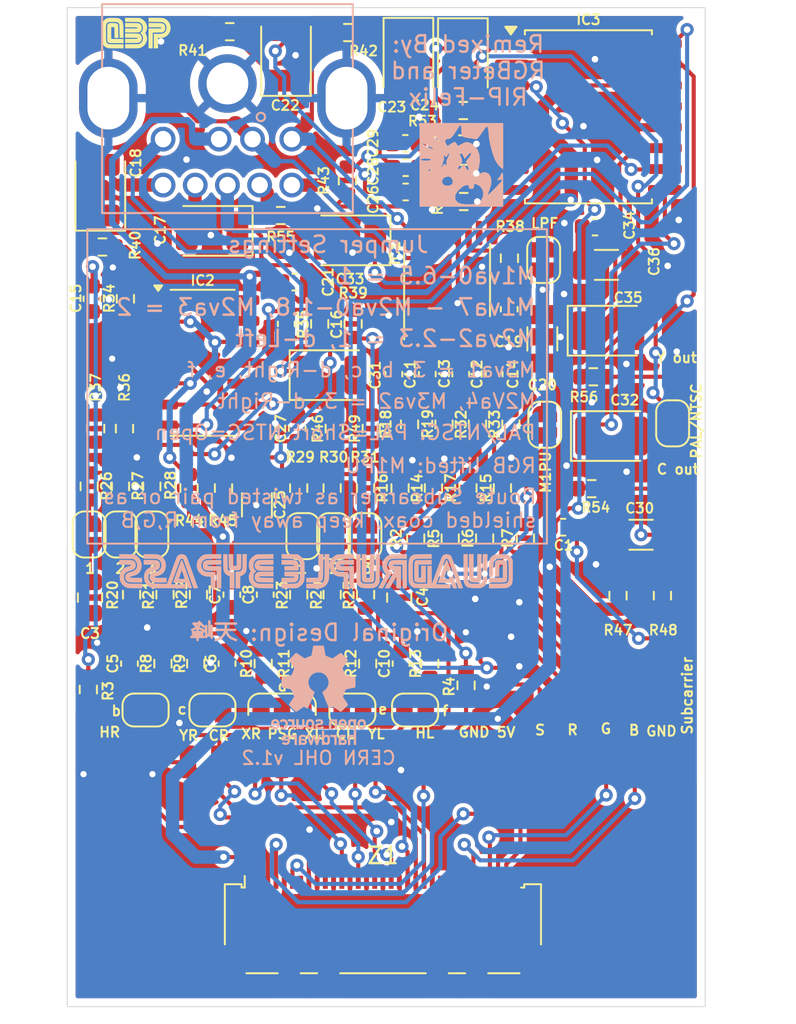
<source format=kicad_pcb>
(kicad_pcb (version 20240108) (generator "pcbnew") (generator_version "8.0")
  (layers (0 "F.Cu" signal) (31 "B.Cu" signal) (34 "B.Paste" user) (35 "F.Paste" user) (36 "B.SilkS" user "B.Silkscreen") (37 "F.SilkS" user "F.Silkscreen") (38 "B.Mask" user) (39 "F.Mask" user) (44 "Edge.Cuts" user))
  (net 0 "")
  (net 1 "/B-IN")
  (net 2 "/CR")
  (net 3 "/XR")
  (net 4 "GND")
  (net 5 "+5V")
  (net 6 "/YL")
  (net 7 "/CL")
  (net 8 "/XL")
  (net 9 "/PSG")
  (net 10 "/YR")
  (net 11 "/OUT1")
  (net 12 "/AUD-R")
  (net 13 "/OUT2")
  (net 14 "/AUD-L")
  (net 15 "/SR")
  (net 16 "/SL")
  (net 17 "Net-(B_1-B)")
  (net 18 "/CLKI")
  (net 19 "/SYNC-TTL")
  (net 20 "Net-(YR2-A)")
  (net 21 "Net-(YL2-A)")
  (net 22 "/G-IN")
  (net 23 "/R-IN")
  (net 24 "Net-(IC1-CH1_IN)")
  (net 25 "Net-(IC1-CH3_IN)")
  (net 26 "Net-(C2-B)")
  (net 27 "Net-(C5-Pad1)")
  (net 28 "Net-(C6-Pad1)")
  (net 29 "Net-(C7-Pad1)")
  (net 30 "Net-(C8-Pad1)")
  (net 31 "Net-(C9-Pad1)")
  (net 32 "Net-(IC1-CH2_IN)")
  (net 33 "Net-(C10-Pad1)")
  (net 34 "Net-(IC1-CH4_IN)")
  (net 35 "Net-(C11-Pad2)")
  (net 36 "2V5")
  (net 37 "Net-(C12-Pad2)")
  (net 38 "Net-(IC2C-+)")
  (net 39 "Net-(C13-Pad2)")
  (net 40 "Net-(C14-Pad2)")
  (net 41 "Net-(C17-Pad1)")
  (net 42 "/OUT3")
  (net 43 "Net-(CN1-MONO)")
  (net 44 "R-OUT")
  (net 45 "Net-(C22-Pad2)")
  (net 46 "B-OUT")
  (net 47 "Net-(D1-B)")
  (net 48 "Net-(D1-A)")
  (net 49 "Net-(E1-B)")
  (net 50 "Net-(F1-B)")
  (net 52 "Net-(IC1-BYPASS)")
  (net 53 "Net-(IC2C--)")
  (net 54 "Net-(IC2D--)")
  (net 55 "/HR")
  (net 56 "/HL")
  (net 57 "Net-(J4-Pin_1)")
  (net 58 "Net-(M1PU1-B)")
  (net 59 "Net-(YR2-B)")
  (net 60 "Net-(YR3-B)")
  (net 61 "Net-(YR4-B)")
  (net 62 "Net-(YL2-B)")
  (net 63 "Net-(YL3-B)")
  (net 64 "Net-(YL4-B)")
  (net 65 "Net-(IC3-BIN)")
  (net 66 "Net-(IC3-GIN)")
  (net 67 "Net-(IC3-RIN)")
  (net 68 "Net-(C18-Pad1)")
  (net 69 "Net-(IC3-CRMA)")
  (net 70 "Net-(C22-Pad1)")
  (net 71 "Net-(IC3-COMP)")
  (net 72 "Net-(IC3-LUMA)")
  (net 73 "CLK")
  (net 74 "CVBS")
  (net 75 "Net-(IC3-STND)")
  (net 76 "2V5_IC3")
  (net 77 "Net-(C23-Pad2)")
  (net 78 "Net-(C23-Pad1)")
  (net 79 "Net-(C32-Pad2)")
  (net 80 "Net-(C24-Pad2)")
  (net 81 "Net-(C24-Pad1)")
  (net 82 "Net-(C31-Pad2)")
  (net 83 "Net-(C33-Pad2)")
  (net 84 "Net-(C35-Pad2)")
  (net 85 "Net-(J5-Pin_1)")
  (net 86 "G-OUT")
  (footprint "Resistor_SMD:R_0603_1608Metric" (layer "F.Cu") (at 157.3811 94.9006 180)
    (property "Reference" "R52")
    (property "Value" "75")
  )
  (footprint "Resistor_SMD:R_0603_1608Metric" (layer "F.Cu") (at 151.4161 118.7916 90)
    (property "Reference" "R25")
    (property "Value" "210k")
  )
  (footprint "Package_SO:SOIC-16W_7.5x10.3mm_P1.27mm" (layer "F.Cu") (at 164.9611 89.7506)
    (property "Reference" "IC3")
    (property "Value" "AD724")
  )
  (footprint "Resistor_SMD:R_0603_1608Metric" (layer "F.Cu") (at 160.1611 98.3462 90)
    (property "Reference" "R38")
    (property "Value" "5.62k")
  )
  (footprint "Capacitor_SMD:C_0603_1608Metric" (layer "F.Cu") (at 137.0651 122.9826 -90)
    (property "Reference" "C5")
    (property "Value" "1u")
  )
  (footprint "Resistor_SMD:R_0603_1608Metric" (layer "F.Cu") (at 148.6281 102.3366 90)
    (property "Reference" "R35")
    (property "Value" "300k")
  )
  (footprint "Package_SO:TSSOP-14_4.4x5mm_P0.65mm" (layer "F.Cu") (at 156.3711 99.6772 90)
    (property "Reference" "IC1")
    (property "Value" "THS7374IPWR")
  )
  (footprint "Jumper:SolderJumper-2_P1.3mm_Open_RoundedPad1.0x1.5mm" (layer "F.Cu") (at 138.424 115.134 90)
    (property "Reference" "YR4" (hide yes))
    (property "Value" "SolderJumper_2_Open")
  )
  (footprint "Connector_Wire:SolderWirePad_1x01_SMD_1x2mm" (layer "F.Cu") (at 167.7611 128.8506 180)
    (property "Reference" "B1" (hide yes))
    (property "Value" "SMD_Conn_01x01")
  )
  (footprint "Resistor_SMD:R_0603_1608Metric" (layer "F.Cu") (at 160.2486 108.4402 90)
    (property "Reference" "R33")
    (property "Value" "1k")
  )
  (footprint "Resistor_SMD:R_0603_1608Metric" (layer "F.Cu") (at 165.2611 105.5506 180)
    (property "Reference" "R56")
    (property "Value" "75")
  )
  (footprint "Jumper:SolderJumper-2_P1.3mm_Open_RoundedPad1.0x1.5mm" (layer "F.Cu") (at 150.616 125.802)
    (property "Reference" "E1" (hide yes))
    (property "Value" "SolderJumper_2_Open")
  )
  (footprint "Resistor_SMD:R_0603_1608Metric" (layer "F.Cu") (at 157.6391 112.3146 90)
    (property "Reference" "R17")
    (property "Value" "5.62k")
  )
  (footprint "Resistor_SMD:R_0603_1608Metric" (layer "F.Cu") (at 147.3521 118.7916 90)
    (property "Reference" "R23")
    (property "Value" "210k")
  )
  (footprint "Connector_Wire:SolderWirePad_1x01_SMD_1x2mm" (layer "F.Cu") (at 142.5261 128.9516)
    (property "Reference" "CR1" (hide yes))
    (property "Value" "SMD_Conn_01x01")
  )
  (footprint "Resistor_SMD:R_0603_1608Metric" (layer "F.Cu") (at 141.091 122.9826 90)
    (property "Reference" "R9")
    (property "Value" "75")
  )
  (footprint "Resistor_SMD:R_0603_1608Metric" (layer "F.Cu") (at 149.3841 112.3146 90)
    (property "Reference" "R30")
    (property "Value" "100k")
  )
  (footprint "Resistor_SMD:R_0603_1608Metric" (layer "F.Cu") (at 165.1611 112.3506 180)
    (property "Reference" "R54")
    (property "Value" "75")
  )
  (footprint "Capacitor_SMD:C_0603_1608Metric" (layer "F.Cu") (at 134.7851 100.8126 -90)
    (property "Reference" "C15")
    (property "Value" "150p")
  )
  (footprint "Connector_Wire:SolderWirePad_1x01_SMD_1x2mm" (layer "F.Cu") (at 146.3361 128.9516)
    (property "Reference" "P1" (hide yes))
    (property "Value" "SMD_Conn_01x01")
  )
  (footprint "Capacitor_Tantalum_SMD:CP_EIA-3528-15_AVX-H" (layer "F.Cu") (at 166.3611 109.1506)
    (property "Reference" "C32")
    (property "Value" "220u")
  )
  (footprint "Capacitor_Tantalum_SMD:CP_EIA-3528-15_AVX-H" (layer "F.Cu") (at 150.4711 97.2606 180)
    (property "Reference" "C33")
    (property "Value" "220u")
  )
  (footprint "Resistor_SMD:R_0603_1608Metric" (layer "F.Cu") (at 155.5436 112.3146 90)
    (property "Reference" "R14")
    (property "Value" "5.62k")
  )
  (footprint "Connector_Wire:SolderWirePad_1x01_SMD_1x2mm" (layer "F.Cu") (at 155.0111 128.9506)
    (property "Reference" "J2" (hide yes))
    (property "Value" "SMD_Conn_01x01")
  )
  (footprint "Resistor_SMD:R_0603_1608Metric" (layer "F.Cu") (at 140.6846 112.3146 -90)
    (property "Reference" "R44")
    (property "Value" "10k")
  )
  (footprint "Jumper:SolderJumper-2_P1.3mm_Open_RoundedPad1.0x1.5mm" (layer "F.Cu") (at 136.519 115.134 90)
    (property "Reference" "YR3" (hide yes))
    (property "Value" "SolderJumper_2_Open")
  )
  (footprint "Resistor_SMD:R_0603_1608Metric" (layer "F.Cu") (at 158.6551 115.3626 -90)
    (property "Reference" "R6")
    (property "Value" "5.62k")
  )
  (footprint "Capacitor_SMD:C_0603_1608Metric" (layer "F.Cu") (at 149.5111 122.9826 -90)
    (property "Reference" "C9")
    (property "Value" "1u")
  )
  (footprint "Jumper:SolderJumper-2_P1.3mm_Open_RoundedPad1.0x1.5mm" (layer "F.Cu") (at 154.426 125.802)
    (property "Reference" "F1" (hide yes))
    (property "Value" "SolderJumper_2_Open")
  )
  (footprint "Resistor_SMD:R_0603_1608Metric" (layer "F.Cu") (at 157.3561 89.3706)
    (property "Reference" "R53")
    (property "Value" "10k")
  )
  (footprint "Jumper:SolderJumper-2_P1.3mm_Open_RoundedPad1.0x1.5mm" (layer "F.Cu") (at 138.043 125.802)
    (property "Reference" "B_1" (hide yes))
    (property "Value" "SolderJumper_2_Open")
  )
  (footprint "Jumper:SolderJumper-2_P1.3mm_Open_RoundedPad1.0x1.5mm" (layer "F.Cu") (at 151.378 115.2356 90)
    (property "Reference" "YL4" (hide yes))
    (property "Value" "SolderJumper_2_Open")
  )
  (footprint "Resistor_SMD:R_0603_1608Metric" (layer "F.Cu") (at 136.7611 108.7006 90)
    (property "Reference" "R37")
    (property "Value" "10k")
  )
  (footprint "Resistor_SMD:R_0603_1608Metric" (layer "F.Cu") (at 138.424 112.213 90)
    (property "Reference" "R28")
    (property "Value" "130k")
  )
  (footprint "Connector_Wire:SolderWirePad_1x01_SMD_1x2mm" (layer "F.Cu") (at 169.4111 128.8506 180)
    (property "Reference" "GND")
    (property "Value" "SMD_Conn_01x01")
  )
  (footprint "Resistor_SMD:R_0603_1608Metric" (layer "F.Cu") (at 151.5431 122.9826 90)
    (property "Reference" "R12")
    (property "Value" "75")
  )
  (footprint "Capacitor_SMD:C_1206_3216Metric" (layer "F.Cu") (at 166.0611 98.7506)
    (property "Reference" "C36")
    (property "Value" "10u")
  )
  (footprint "Jumper:SolderJumper-2_P1.3mm_Open_RoundedPad1.0x1.5mm" (layer "F.Cu") (at 162.306 108.4656 -90)
    (property "Reference" "M1PU1" (hide yes))
    (property "Value" "SolderJumper_2_Open")
  )
  (footprint "Resistor_SMD:R_0603_1608Metric" (layer "F.Cu") (at 143.1611 84.5806)
    (property "Reference" "R41")
    (property "Value" "75")
  )
  (footprint "Capacitor_SMD:C_0603_1608Metric" (layer "F.Cu") (at 153.5751 122.9826 -90)
    (property "Reference" "C10")
    (property "Value" "1u")
  )
  (footprint "Capacitor_Tantalum_SMD:CP_EIA-3528-15_AVX-H" (layer "F.Cu") (at 149.2611 105.4506)
    (property "Reference" "C31")
    (property "Value" "47u")
  )
  (footprint "Resistor_SMD:R_0603_1608Metric" (layer "F.Cu") (at 136.519 112.213 90)
    (property "Reference" "R27")
    (property "Value" "100k")
  )
  (footprint "Resistor_SMD:R_0603_1608Metric" (layer "F.Cu") (at 150.3111 93.6256 90)
    (property "Reference" "R43")
    (property "Value" "75")
  )
  (footprint "Jumper:SolderJumper-2_P1.3mm_Open_RoundedPad1.0x1.5mm" (layer "F.Cu") (at 134.614 115.134 90)
    (property "Reference" "YR2" (hide yes))
    (property "Value" "SolderJumper_2_Open")
  )
  (footprint "Connector_Wire:SolderWirePad_1x01_SMD_1x2mm" (layer "F.Cu") (at 170.4611 105.4506 90)
    (property "Reference" "J5" (hide yes))
    (property "Value" "SMD_Conn_01x01")
  )
  (footprint "Capacitor_Tantalum_SMD:CP_EIA-3528-15_AVX-H" (layer "F.Cu") (at 146.5811 86.0181 90)
    (property "Reference" "C22")
    (property "Value" "220u")
  )
  (footprint "Connector_Wire:SolderWirePad_1x01_SMD_1x2mm" (layer "F.Cu") (at 140.6211 128.9516)
    (property "Reference" "YR1" (hide yes))
    (property "Value" "SMD_Conn_01x01")
  )
  (footprint "Capacitor_SMD:C_0603_1608Metric" (layer "F.Cu") (at 142.996 122.9826 -90)
    (property "Reference" "C6")
    (property "Value" "1u")
  )
  (footprint "Resistor_SMD:R_0603_1608Metric" (layer "F.Cu") (at 166.7611 118.8506 -90)
    (property "Reference" "R47")
    (property "Value" "10k")
  )
  (footprint "Resistor_SMD:R_0603_1608Metric" (layer "F.Cu") (at 155.315 122.9826 90)
    (property "Reference" "R13")
    (property "Value" "75")
  )
  (footprint "Resistor_SMD:R_0603_1608Metric" (layer "F.Cu") (at 159.7346 112.3146 90)
    (property "Reference" "R15")
    (property "Value" "5.62k")
  )
  (footprint "Resistor_SMD:R_0603_1608Metric" (layer "F.Cu") (at 151.7611 108.7006 90)
    (property "Reference" "R49")
    (property "Value" "330")
  )
  (footprint "Resistor_SMD:R_0603_1608Metric" (layer "F.Cu") (at 139.2241 118.7916 90)
    (property "Reference" "R21")
    (property "Value" "210k")
  )
  (footprint "Resistor_SMD:R_0603_1608Metric" (layer "F.Cu") (at 156.1846 108.4402 90)
    (property "Reference" "R19")
    (property "Value" "1k")
  )
  (footprint "Connector_Wire:SolderWirePad_1x01_SMD_1x2mm" (layer "F.Cu") (at 171.0011 128.8606 180)
    (property "Reference" "CLKIN1" (hide yes))
    (property "Value" "SMD_Conn_01x01")
  )
  (footprint "Capacitor_SMD:C_0603_1608Metric" (layer "F.Cu") (at 153.8511 92.8406 180)
    (property "Reference" "C28")
    (property "Value" "0.1u")
  )
  (footprint "Resistor_SMD:R_0603_1608Metric" (layer "F.Cu") (at 157.3211 93.1906 180)
    (property "Reference" "R51")
    (property "Value" "75")
  )
  (footprint "Resistor_SMD:R_0603_1608Metric" (layer "F.Cu") (at 150.3411 84.6306)
    (property "Reference" "R42")
    (property "Value" "75")
  )
  (footprint "Connector_Wire:SolderWirePad_1x01_SMD_1x2mm" (layer "F.Cu") (at 150.1461 128.9516)
    (property "Reference" "CL1" (hide yes))
    (property "Value" "SMD_Conn_01x01")
  )
  (footprint "Resistor_SMD:R_0603_1608Metric" (layer "F.Cu") (at 149.3841 118.7916 90)
    (property "Reference" "R24")
    (property "Value" "210k")
  )
  (footprint "Jumper:SolderJumper-2_P1.3mm_Open_RoundedPad1.0x1.5mm" (layer "F.Cu") (at 162.2411 98.4506 -90)
    (property "Reference" "LPF1" (hide yes))
    (property "Value" "SolderJumper_2_Open")
  )
  (footprint "footprints:QBP_LOGO" (layer "F.Cu") (at 137.5111 84.6306)
    (property "Reference" "Ref**" (hide yes))
    (property "Value" "LOGO" (hide yes))
  )
  (footprint "Resistor_SMD:R_0603_1608Metric" (layer "F.Cu") (at 150.6601 102.3366 90)
    (property "Reference" "R39")
    (property "Value" "330")
  )
  (footprint "Capacitor_SMD:C_0603_1608Metric" (layer "F.Cu") (at 155.1686 105.3922 -90)
    (property "Reference" "C13")
    (property "Value" "0.1u")
  )
  (footprint "Resistor_SMD:R_0603_1608Metric" (layer "F.Cu") (at 156.5596 115.3626 -90)
    (property "Reference" "R5")
    (property "Value" "5.62k")
  )
  (footprint "Jumper:SolderJumper-3_P1.3mm_Open_RoundedPad1.0x1.5mm" (layer "F.Cu") (at 146.3361 125.802)
    (property "Reference" "D1" (hide yes))
    (property "Value" "SolderJumper_3_Open")
  )
  (footprint "Resistor_SMD:R_0603_1608Metric" (layer "F.Cu") (at 137.1921 118.7916 90)
    (property "Reference" "R20")
    (property "Value" "210k")
  )
  (footprint "Connector_Wire:SolderWirePad_1x01_SMD_1x2mm" (layer "F.Cu") (at 166.0111 128.8506 180)
    (property "Reference" "G1" (hide yes))
    (property "Value" "SMD_Conn_01x01")
  )
  (footprint "Jumper:SolderJumper-2_P1.3mm_Open_RoundedPad1.0x1.5mm" (layer "F.Cu") (at 147.6061 115.2356 90)
    (property "Reference" "YL2" (hide yes))
    (property "Value" "SolderJumper_2_Open")
  )
  (footprint "Resistor_SMD:R_0603_1608Metric" (layer "F.Cu") (at 154.0891 108.4402 90)
    (property "Reference" "R18")
    (property "Value" "1k")
  )
  (footprint "Resistor_SMD:R_0603_1608Metric" (layer "F.Cu") (at 147.4791 122.9826 90)
    (property "Reference" "R11")
    (property "Value" "2.2k")
  )
  (footprint "Capacitor_SMD:C_0603_1608Metric" (layer "F.Cu") (at 165.3611 96.4506)
    (property "Reference" "C34")
    (property "Value" "0.1u")
  )
  (footprint "Resistor_SMD:R_0603_1608Metric" (layer "F.Cu") (at 135.4201 97.663 180)
    (property "Reference" "R40")
    (property "Value" "330")
  )
  (footprint "Resistor_SMD:R_0603_1608Metric" (layer "F.Cu") (at 134.5632 124.5574 90)
    (property "Reference" "R3")
    (property "Value" "100k")
  )
  (footprint "Jumper:SolderJumper-2_P1.3mm_Open_RoundedPad1.0x1.5mm" (layer "F.Cu") (at 170.0811 108.3806 90)
    (property "Reference" "J3" (hide yes))
    (property "Value" "SolderJumper_2_Open")
  )
  (footprint "Resistor_SMD:R_0603_1608Metric" (layer "F.Cu") (at 161.1316 115.3626 90)
    (property "Reference" "R7")
    (property "Value" "5.62k")
  )
  (footprint "Resistor_SMD:R_0603_1608Metric" (layer "F.Cu") (at 141.2561 118.7916 90)
    (property "Reference" "R22")
    (property "Value" "210k")
  )
  (footprint "Connector_Wire:SolderWirePad_1x01_SMD_1x2mm" (layer "F.Cu") (at 160.0111 128.9506)
    (property "Reference" "UNK5V1" (hide yes))
    (property "Value" "SMD_Conn_01x01")
  )
  (footprint "Connector_Wire:SolderWirePad_1x01_SMD_1x2mm" (layer "F.Cu") (at 135.7951 128.9516)
    (property "Reference" "J1" (hide yes))
    (property "Value" "SMD_Conn_01x01")
  )
  (footprint "Capacitor_SMD:C_0603_1608Metric" (layer "F.Cu") (at 153.8311 91.3706 180)
    (property "Reference" "C29")
    (property "Value" "0.1u")
  )
  (footprint "Capacitor_SMD:C_0805_2012Metric" (layer "F.Cu") (at 134.6648 118.9694 -90)
    (property "Reference" "C3")
    (property "Value" "10u")
  )
  (footprint "Connector_Wire:SolderWirePad_1x01_SMD_1x2mm" (layer "F.Cu") (at 144.4311 128.9516)
    (property "Reference" "XR1" (hide yes))
    (property "Value" "SMD_Conn_01x01")
  )
  (footprint "Capacitor_SMD:C_1206_3216Metric" (layer "F.Cu") (at 144.8121 113.3306 -90)
    (property "Reference" "C25")
    (property "Value" "10u")
  )
  (footprint "Capacitor_Tantalum_SMD:CP_EIA-3528-15_AVX-H" (layer "F.Cu") (at 142.0876 96.6851 180)
    (property "Reference" "C17")
    (property "Value" "47u")
  )
  (footprint "Connector_Wire:SolderWirePad_1x01_SMD_1x2mm" (layer "F.Cu") (at 164.0111 128.8506 180)
    (property "Reference" "R1" (hide yes))
    (property "Value" "SMD_Conn_01x01")
  )
  (footprint "Connector_Wire:SolderWirePad_1x01_SMD_1x2mm" (layer "F.Cu") (at 170.4611 112.2506 90)
    (property "Reference" "J4" (hide yes))
    (property "Value" "SMD_Conn_01x01")
  )
  (footprint "Resistor_SMD:R_0603_1608Metric" (layer "F.Cu") (at 145.1931 122.9826 90)
    (property "Reference" "R10")
    (property "Value" "750")
  )
  (footprint "Capacitor_Tantalum_SMD:CP_EIA-3528-15_AVX-H" (layer "F.Cu") (at 154.0211 86.2031 -90)
    (property "Reference" "C23")
    (property "Value" "220u")
  )
  (footprint "Resistor_SMD:R_0603_1608Metric" (layer "F.Cu") (at 151.4161 112.3146 90)
    (property "Reference" "R31")
    (property "Value" "130k")
  )
  (footprint "Capacitor_SMD:C_0603_1608Metric" (layer "F.Cu") (at 157.2006 105.3922 -90)
    (property "Reference" "C12")
    (property "Value" "0.1u")
  )
  (footprint "Resistor_SMD:R_0603_1608Metric" (layer "F.Cu") (at 142.7801 112.3146 90)
    (property "Reference" "R45")
    (property "Value" "10k")
  )
  (footprint "Resistor_SMD:R_0603_1608Metric" (layer "F.Cu") (at 169.4611 118.8506 90)
    (property "Reference" "R48")
    (property "Value" "10k")
  )
  (footprint "Resistor_SMD:R_0603_1608Metric" (layer "F.Cu") (at 153.5116 112.3146 90)
    (property "Reference" "R16")
    (property "Value" "5.62k")
  )
  (footprint "Capacitor_SMD:C_0603_1608Metric" (layer "F.Cu") (at 147.2611 108.7006 90)
    (property "Reference" "C27")
    (property "Value" "1nf")
  )
  (footprint "Capacitor_SMD:C_0805_2012Metric" (layer "F.Cu") (at 153.4608 118.9694 -90)
    (property "Reference" "C4")
    (property "Value" "10u")
  )
  (footprint "Capacitor_SMD:C_0603_1608Metric" (layer "F.Cu") (at 145.3201 118.7916 -90)
    (property "Reference" "C8")
    (property "Value" "1u")
  )
  (footprint "Resistor_SMD:R_0603_1608Metric" (layer "F.Cu") (at 158.2166 108.4402 90)
    (property "Reference" "R32")
    (property "Value" "1k")
  )
  (footprint "Connector_Wire:SolderWirePad_1x01_SMD_1x2mm" (layer "F.Cu") (at 162.0111 128.8506 180)
    (property "Reference" "S1" (hide yes))
    (property "Value" "SMD_Conn_01x01")
  )
  (footprint "Capacitor_Tantalum_SMD:CP_EIA-3528-15_AVX-H" (layer "F.Cu") (at 135.2931 94.2086 90)
    (property "Reference" "C18")
    (property "Value" "47u")
  )
  (footprint "Resistor_SMD:R_0603_1608Metric" (layer "F.Cu") (at 157.5248 124.3034 90)
    (property "Reference" "R4")
    (property "Value" "100k")
  )
  (footprint "Resistor_SMD:R_0603_1608Metric" (layer "F.Cu") (at 147.3521 112.3146 90)
    (property "Reference" "R29")
    (property "Value" "10k")
  )
  (footprint "Capacitor_SMD:C_0603_1608Metric" (layer "F.Cu") (at 153.1366 105.3922 -90)
    (property "Reference" "C11")
    (property "Value" "0.1u")
  )
  (footprint "Capacitor_SMD:C_0603_1608Metric" (layer "F.Cu") (at 143.2881 118.7916 -90)
    (property "Reference" "C7")
    (property "Value" "1u")
  )
  (footprint "Capacitor_SMD:C_0603_1608Metric" (layer "F.Cu") (at 146.5961 102.3366 -90)
    (property "Reference" "C16")
    (property "Value" "150p")
  )
  (footprint "Capacitor_SMD:C_0603_1608Metric" (layer "F.Cu") (at 147.1041 99.7966)
    (property "Reference" "C21")
    (property "Value" "0.1u")
  )
  (footprint "Capacitor_SMD:C_1206_3216Metric" (layer "F.Cu") (at 162.1611 103.2462 -90)
    (property "Reference" "C20")
    (property "Value" "10u")
  )
  (footprint "Capacitor_SMD:C_0603_1608Metric" (layer "F.Cu") (at 153.8511 94.3206 180)
    (property "Reference" "C26")
    (property "Value" "0.1u")
  )
  (footprint "Resistor_SMD:R_0603_1608Metric" (layer "F.Cu") (at 146.2611 95.7506)
    (property "Reference" "R55")
    (property "Value" "75")
  )
  (footprint "Capacitor_Tantalum_SMD:CP_EIA-3528-15_AVX-H" (layer "F.Cu") (at 166.1611 102.7506)
    (property "Reference" "C35")
    (property "Value" "220u")
  )
  (footprint "Resistor_SMD:R_0603_1608Metric" (layer "F.Cu") (at 136.8171 100.8126 90)
    (property "Reference" "R34")
    (property "Value" "300k")
  )
  (footprint "Capacitor_SMD:C_0603_1608Metric" (layer "F.Cu") (at 159.2326 105.3922 -90)
    (property "Reference" "C14")
    (property "Value" "0.1u")
  )
  (footprint "Connector_Wire:SolderWirePad_1x01_SMD_1x2mm" (layer "F.Cu") (at 148.2411 128.9516)
    (property "Reference" "XL1" (hide yes))
    (property "Value" "SMD_Conn_01x01")
  )
  (footprint "Connector_Wire:SolderWirePad_1x01_SMD_1x2mm" (layer "F.Cu") (at 152.0511 128.9516)
    (property "Reference" "YL1" (hide yes))
    (property "Value" "SMD_Conn_01x01")
  )
  (footprint "Jumper:SolderJumper-2_P1.3mm_Open_RoundedPad1.0x1.5mm" (layer "F.Cu") (at 142.107 125.802 180)
    (property "Reference" "C2" (hide yes))
    (property "Value" "SolderJumper_2_Open")
  )
  (footprint "Resistor_SMD:R_0603_1608Metric" (layer "F.Cu") (at 134.614 112.213 90)
    (property "Reference" "R26")
    (property "Value" "10k")
  )
  (footprint "Capacitor_SMD:C_1206_3216Metric" (layer "F.Cu") (at 168.1611 115.1506 180)
    (property "Reference" "C30")
    (property "Value" "10u")
  )
  (footprint "Resistor_SMD:R_0603_1608Metric" (layer "F.Cu") (at 157.3311 91.4006 180)
    (property "Reference" "R50")
    (property "Value" "75")
  )
  (footprint "Capacitor_SMD:C_0603_1608Metric" (layer "F.Cu") (at 160.147 101.4462 90)
    (property "Reference" "C19")
    (property "Value" "0.1u")
  )
  (footprint "Connector_Wire:SolderWirePad_1x01_SMD_1x2mm" (layer "F.Cu") (at 158.0111 128.9516 180)
    (property "Reference" "GND1" (hide yes))
    (property "Value" "SMD_Conn_01x01")
  )
  (footprint "Jumper:SolderJumper-2_P1.3mm_Open_RoundedPad1.0x1.5mm" (layer "F.Cu") (at 149.473 115.2356 90)
    (property "Reference" "YL3" (hide yes))
    (property "Value" "SolderJumper_2_Open")
  )
  (footprint "Capacitor_SMD:C_0603_1608Metric" (layer "F.Cu") (at 163.4211 114.6906)
    (property "Reference" "C1")
    (property "Value" "0.1u")
  )
  (footprint "Resistor_SMD:R_0603_1608Metric" (layer "F.Cu") (at 139.0971 122.9826 90)
    (property "Reference" "R8")
    (property "Value" "75")
  )
  (footprint "Package_SO:SOIC-14_3.9x8.7mm_P1.27mm" (layer "F.Cu") (at 141.5111 104.7006)
    (property "Reference" "IC2")
    (property "Value" "TL974")
  )
  (footprint "Connector_FFC-FPC:Molex_502244-3330_1x33-1MP_P0.5mm_Horizontal" (layer "F.Cu") (at 152.4711 139.3506)
    (property "Reference" "Z1")
    (property "Value" "Conn_01x33_Pin")
  )
  (footprint "Resistor_SMD:R_0603_1608Metric" (layer "F.Cu") (at 149.5111 108.7006 -90)
    (property "Reference" "R46")
    (property "Value" "5.5k")
  )
  (footprint "Capacitor_Tantalum_SMD:CP_EIA-3528-15_AVX-H" (layer "F.Cu") (at 157.3311 86.2231 -90)
    (property "Reference" "C24")
    (property "Value" "220u")
  )
  (footprint "Resistor_SMD:R_0603_1608Metric" (layer "F.Cu") (at 135.0111 108.7006 -90)
    (property "Reference" "R36")
    (property "Value" "10k")
  )
  (footprint "Resistor_SMD:R_0603_1608Metric" (layer "F.Cu") (at 154.4641 115.3626 -90)
    (property "Reference" "R2")
    (property "Value" "2.2k")
  )
  (footprint "footprints:4bp_LOGO" (layer "B.Cu") (at 148.3211 117.3906 180)
    (property "Reference" "Ref**" (hide yes))
    (property "Value" "LOGO" (hide yes))
  )
  (footprint "RIP-Felix Logo(Small)" (layer "B.Cu") (at 157.2411 92.6706 180)
    (property "Reference" "G***" (hide yes))
    (property "Value" "LOGO" (hide yes))
  )
  (footprint "MyLibrary:MD90SM-MD2" (layer "B.Cu") (at 143.0195 82.9024)
    (property "Reference" "CN1" (hide yes))
    (property "Value" "MD-90SM_MD2" (hide yes))
  )
  (footprint "Symbol:OSHW-Logo_5.7x6mm_SilkScreen" (layer "B.Cu") (at 148.5611 124.9056 180)
    (property "Reference" "REF**" (hide yes))
    (property "Value" "OSHW-Logo_5.7x6mm_SilkScreen" (hide yes))
  )
  (gr_rect (start 134.5011 96.5806) (end 162.4411 115.6906) (stroke (width 0.12)) (fill none) (layer "B.SilkS"))
  (gr_rect (start 133.2811 83.1166) (end 172.0611 143.8306) (stroke (width 0.05)) (fill none) (layer "Edge.Cuts"))
  (gr_text "PAL/NTSC: PAL=Short NTSC=Open" (at 161.8361 108.9406 0) (layer "B.SilkS") (effects (font (size 0.889 0.889) (thickness 0.127)) (justify left mirror)))
  (gr_text "M1va7 - M2va0-1.8, M2va3 = 2" (at 161.8361 101.3206 0) (layer "B.SilkS") (effects (font (size 1 1)) (justify left mirror)))
  (gr_text "M2Va4, M3va2 = 3, d-Right" (at 161.8361 107.0356 0) (layer "B.SilkS") (effects (font (size 0.889 0.889) (thickness 0.127)) (justify left mirror)))
  (gr_text "RGB lifted: M1PU" (at 161.8611 110.9506 0) (layer "B.SilkS") (effects (font (size 0.889 0.889) (thickness 0.127)) (justify left mirror)))
  (gr_text "M1va0-6.5 = 1" (at 161.8361 99.4156 0) (layer "B.SilkS") (effects (font (size 1 1)) (justify left mirror)))
  (gr_text "Jumper Settings" (at 149.1361 97.5106 0) (layer "B.SilkS") (effects (font (size 1 1)) (justify mirror)))
  (gr_text "Original Design: 天峰" (at 148.5611 121.0956 0) (layer "B.SilkS") (effects (font (size 1 1)) (justify mirror)))
  (gr_text "CERN OHL v1.2" (at 148.5611 128.7156 0) (layer "B.SilkS") (effects (font (size 0.8128 0.8128) (thickness 0.127)) (justify mirror)))
  (gr_text "Remixed By:\nRGBeter and\nRIP-Felix" (at 157.6511 86.9506 0) (layer "B.SilkS") (effects (font (size 1 1)) (justify mirror)))
  (gr_text "Route Subcarrier as twisted pair or as \nshielded coax, keep away from R,G,B" (at 161.8811 113.5506 0) (layer "B.SilkS") (effects (font (size 0.889 0.889) (thickness 0.127)) (justify left mirror)))
  (gr_text "M2va2-2.3 = 1, d-Left" (at 161.8361 103.2256 0) (layer "B.SilkS") (effects (font (size 1 1)) (justify left mirror)))
  (gr_text "M3va1 = 3, b, c, d-Right, e, f" (at 161.8361 105.1306 0) (layer "B.SilkS") (effects (font (size 0.889 0.889) (thickness 0.127)) (justify left mirror)))
  (gr_text "S" (at 162.0211 127.0206 0) (layer "F.SilkS") (effects (font (size 0.6096 0.6096) (thickness 0.127))))
  (gr_text "2" (at 136.5111 117.2006 0) (layer "F.SilkS") (effects (font (size 0.6096 0.6096) (thickness 0.127))))
  (gr_text "Y out" (at 170.3211 104.3906 0) (layer "F.SilkS") (effects (font (size 0.6096 0.6096) (thickness 0.127))))
  (gr_text "LPF" (at 162.3011 96.2306 0) (layer "F.SilkS") (effects (font (size 0.6096 0.6096) (thickness 0.127))))
  (gr_text "B" (at 167.7411 127.0306 0) (layer "F.SilkS") (effects (font (size 0.6096 0.6096) (thickness 0.127))))
  (gr_text "R" (at 164.0011 127.0106 0) (layer "F.SilkS") (effects (font (size 0.6096 0.6096) (thickness 0.127))))
  (gr_text "PSG" (at 146.3611 127.2506 0) (layer "F.SilkS") (effects (font (size 0.6096 0.6096) (thickness 0.127))))
  (gr_text "HR" (at 135.8611 127.1506 0) (layer "F.SilkS") (effects (font (size 0.6096 0.6096) (thickness 0.127))))
  (gr_text "b" (at 136.2611 125.8506 0) (layer "F.SilkS") (effects (font (size 0.6096 0.6096) (thickness 0.127))))
  (gr_text "c" (at 140.2611 125.7506 0) (layer "F.SilkS") (effects (font (size 0.6096 0.6096) (thickness 0.127))))
  (gr_text "CL" (at 150.1611 127.2506 0) (layer "F.SilkS") (effects (font (size 0.6096 0.6096) (thickness 0.127))))
  (gr_text "1" (at 134.6708 117.2006 0) (layer "F.SilkS") (effects (font (size 0.6096 0.6096) (thickness 0.127))))
  (gr_text "XL" (at 148.2611 127.2506 0) (layer "F.SilkS") (effects (font (size 0.6096 0.6096) (thickness 0.127))))
  (gr_text "M1PU" (at 162.3568 111.3506 90) (layer "F.SilkS") (effects (font (size 0.6096 0.6096) (thickness 0.127))))
  (gr_text "C out" (at 170.3911 111.1706 0) (layer "F.SilkS") (effects (font (size 0.6096 0.6096) (thickness 0.127))))
  (gr_text "Subcarrier\n" (at 170.9711 124.9306 90) (layer "F.SilkS") (effects (font (size 0.6096 0.6096) (thickness 0.127))))
  (gr_text "G" (at 166.0211 126.9406 0) (layer "F.SilkS") (effects (font (size 0.6096 0.6096) (thickness 0.127))))
  (gr_text "YL" (at 152.0611 127.2506 0) (layer "F.SilkS") (effects (font (size 0.6096 0.6096) (thickness 0.127))))
  (gr_text "3" (at 151.5111 117.2006 0) (layer "F.SilkS") (effects (font (size 0.6096 0.6096) (thickness 0.127))))
  (gr_text "e" (at 152.4611 125.7506 0) (layer "F.SilkS") (effects (font (size 0.6096 0.6096) (thickness 0.127))))
  (gr_text "5V" (at 159.9611 127.1606 0) (layer "F.SilkS") (effects (font (size 0.6096 0.6096) (thickness 0.127))))
  (gr_text "PAL/NTSC" (at 171.5211 108.2406 90) (layer "F.SilkS") (effects (font (size 0.6096 0.6096) (thickness 0.127))))
  (gr_text "XR" (at 144.4611 127.2506 0) (layer "F.SilkS") (effects (font (size 0.6096 0.6096) (thickness 0.127))))
  (gr_text "CR" (at 142.494 127.3506 0) (layer "F.SilkS") (effects (font (size 0.6096 0.6096) (thickness 0.127))))
  (gr_text "YR" (at 140.6611 127.3506 0) (layer "F.SilkS") (effects (font (size 0.6096 0.6096) (thickness 0.127))))
  (gr_text "f" (at 156.2611 125.8506 0) (layer "F.SilkS") (effects (font (size 0.6096 0.6096) (thickness 0.127))))
  (gr_text "d" (at 146.3611 124.3506 0) (layer "F.SilkS") (effects (font (size 0.6096 0.6096) (thickness 0.127))))
  (gr_text "1" (at 147.574 117.2006 0) (layer "F.SilkS") (effects (font (size 0.6096 0.6096) (thickness 0.127))))
  (gr_text "3" (at 138.43 117.2006 0) (layer "F.SilkS") (effects (font (size 0.6096 0.6096) (thickness 0.127))))
  (gr_text "GND" (at 158.0111 127.1506 0) (layer "F.SilkS") (effects (font (size 0.6096 0.6096) (thickness 0.127))))
  (gr_text "2" (at 149.5111 117.2006 0) (layer "F.SilkS") (effects (font (size 0.6096 0.6096) (thickness 0.127))))
  (gr_text "HL" (at 155.0111 127.2006 0) (layer "F.SilkS") (effects (font (size 0.6096 0.6096) (thickness 0.127))))
  (segment (start 161.1316 117.9661) (end 167.7611 124.5956) (width 0.254) (layer "F.Cu") (net 1))
  (segment (start 160.1283 115.9468) (end 160.3941 116.2126) (width 0.254) (layer "F.Cu") (net 1))
  (segment (start 160.3941 116.2126) (end 161.1316 116.2126) (width 0.254) (layer "F.Cu") (net 1))
  (segment (start 157.4161 133.9756) (end 157.9711 134.5306) (width 0.25) (layer "F.Cu") (net 1))
  (segment (start 157.9711 134.5306) (end 157.9711 136.2706) (width 0.25) (layer "F.Cu") (net 1))
  (segment (start 160.1283 113.5583) (end 160.1283 115.9468) (width 0.254) (layer "F.Cu") (net 1))
  (segment (start 161.1316 116.2126) (end 161.1316 117.9661) (width 0.254) (layer "F.Cu") (net 1))
  (segment (start 167.7611 124.5956) (end 167.7611 128.8506) (width 0.254) (layer "F.Cu") (net 1))
  (segment (start 167.7811 128.8706) (end 167.7611 128.8506) (width 0.25) (layer "F.Cu") (net 1))
  (segment (start 167.7811 131.1806) (end 167.7811 128.8706) (width 0.25) (layer "F.Cu") (net 1))
  (segment (start 159.7346 113.1646) (end 160.1283 113.5583) (width 0.254) (layer "F.Cu") (net 1))
  (via (at 167.7811 131.1806) (size 0.8) (drill 0.4) (layers "F.Cu" "B.Cu") (net 1))
  (via (at 157.4161 133.9756) (size 0.8) (drill 0.4) (layers "F.Cu" "B.Cu") (net 1))
  (segment (start 164.0211 134.9406) (end 167.7811 131.1806) (width 0.25) (layer "B.Cu") (net 1))
  (segment (start 157.4161 133.9756) (end 158.3811 134.9406) (width 0.25) (layer "B.Cu") (net 1))
  (segment (start 158.3811 134.9406) (end 164.0211 134.9406) (width 0.25) (layer "B.Cu") (net 1))
  (segment (start 142.5261 127.497022) (end 142.355078 127.326) (width 0.25) (layer "F.Cu") (net 2))
  (segment (start 142.355078 127.326) (end 137.662 127.326) (width 0.25) (layer "F.Cu") (net 2))
  (segment (start 142.7611 132.3306) (end 142.5811 132.1506) (width 0.25) (layer "F.Cu") (net 2))
  (segment (start 148.9711 135.219678) (end 146.082022 132.3306) (width 0.25) (layer "F.Cu") (net 2))
  (segment (start 137.0651 124.5701) (end 137.393 124.898) (width 0.25) (layer "F.Cu") (net 2))
  (segment (start 142.5261 128.977) (end 142.5261 127.497022) (width 0.25) (layer "F.Cu") (net 2))
  (segment (start 137.393 124.898) (end 137.393 125.802) (width 0.25) (layer "F.Cu") (net 2))
  (segment (start 142.5261 128.9516) (end 142.5261 129.826768) (width 0.25) (layer "F.Cu") (net 2))
  (segment (start 137.0651 123.7576) (end 137.0651 124.5701) (width 0.25) (layer "F.Cu") (net 2))
  (segment (start 142.5261 129.826768) (end 143.455516 130.756184) (width 0.25) (layer "F.Cu") (net 2))
  (segment (start 137.393 127.057) (end 137.393 125.802) (width 0.25) (layer "F.Cu") (net 2))
  (segment (start 137.662 127.326) (end 137.393 127.057) (width 0.25) (layer "F.Cu") (net 2))
  (segment (start 148.9711 136.2706) (end 148.9711 135.219678) (width 0.25) (layer "F.Cu") (net 2))
  (segment (start 146.082022 132.3306) (end 142.7611 132.3306) (width 0.25) (layer "F.Cu") (net 2))
  (via (at 143.455516 130.756184) (size 0.8) (drill 0.4) (layers "F.Cu" "B.Cu") (net 2))
  (via (at 142.5811 132.1506) (size 0.8) (drill 0.4) (layers "F.Cu" "B.Cu") (net 2))
  (segment (start 142.5811 132.1506) (end 142.5811 131.6306) (width 0.25) (layer "B.Cu") (net 2))
  (segment (start 142.5811 131.6306) (end 143.455516 130.756184) (width 0.25) (layer "B.Cu") (net 2))
  (segment (start 144.4311 127.4911) (end 144.266 127.326) (width 0.25) (layer "F.Cu") (net 3))
  (segment (start 144.7011 129.2216) (end 144.4311 128.9516) (width 0.25) (layer "F.Cu") (net 3))
  (segment (start 142.757 127.087) (end 142.757 125.802) (width 0.25) (layer "F.Cu") (net 3))
  (segment (start 142.757 124.644) (end 142.757 125.802) (width 0.25) (layer "F.Cu") (net 3))
  (segment (start 142.996 127.326) (end 142.757 127.087) (width 0.25) (layer "F.Cu") (net 3))
  (segment (start 150.9711 134.7306) (end 150.9711 136.2706) (width 0.25) (layer "F.Cu") (net 3))
  (segment (start 144.4311 128.977) (end 144.4311 127.4911) (width 0.25) (layer "F.Cu") (net 3))
  (segment (start 142.996 123.7576) (end 142.996 124.405) (width 0.25) (layer "F.Cu") (net 3))
  (segment (start 142.996 124.405) (end 142.757 124.644) (width 0.25) (layer "F.Cu") (net 3))
  (segment (start 144.266 127.326) (end 142.996 127.326) (width 0.25) (layer "F.Cu") (net 3))
  (segment (start 144.7011 130.9006) (end 144.7011 129.2216) (width 0.25) (layer "F.Cu") (net 3))
  (via (at 150.9711 134.7306) (size 0.8) (drill 0.4) (layers "F.Cu" "B.Cu") (net 3))
  (via (at 144.7011 130.9006) (size 0.8) (drill 0.4) (layers "F.Cu" "B.Cu") (net 3))
  (segment (start 150.9711 133.9506) (end 147.2847 130.2642) (width 0.25) (layer "B.Cu") (net 3))
  (segment (start 147.2847 130.2642) (end 145.3375 130.2642) (width 0.25) (layer "B.Cu") (net 3))
  (segment (start 150.9711 134.7306) (end 150.9711 133.9506) (width 0.25) (layer "B.Cu") (net 3))
  (segment (start 145.3375 130.2642) (end 144.7011 130.9006) (width 0.25) (layer "B.Cu") (net 3))
  (segment (start 157.4711 136.2706) (end 157.4711 136.977) (width 0.25) (layer "F.Cu") (net 4))
  (segment (start 153.4711 136.2706) (end 153.4711 134.8406) (width 0.25) (layer "F.Cu") (net 4))
  (segment (start 147.4493 136.9988) (end 147.5811 137.1306) (width 0.25) (layer "F.Cu") (net 4))
  (segment (start 151.4811 136.9988) (end 151.6129 137.1306) (width 0.25) (layer "F.Cu") (net 4))
  (segment (start 148.5929 137.1206) (end 149.3293 137.1206) (width 0.25) (layer "F.Cu") (net 4))
  (segment (start 152.4711 136.2706) (end 152.4711 136.9788) (width 0.25) (layer "F.Cu") (net 4))
  (segment (start 147.3375 137.1106) (end 147.4493 136.9988) (width 0.25) (layer "F.Cu") (net 4))
  (segment (start 159.4711 136.977) (end 159.6147 137.1206) (width 0.25) (layer "F.Cu") (net 4))
  (segment (start 157.6047 137.1106) (end 158.2611 137.1106) (width 0.25) (layer "F.Cu") (net 4))
  (segment (start 144.4711 136.977) (end 144.6147 137.1206) (width 0.25) (layer "F.Cu") (net 4))
  (segment (start 145.1411 137.1206) (end 145.6147 137.1206) (width 0.25) (layer "F.Cu") (net 4))
  (segment (start 154.3793 137.1206) (end 154.5011 136.9988) (width 0.25) (layer "F.Cu") (net 4))
  (segment (start 158.6147 137.1206) (end 159.3275 137.1206) (width 0.25) (layer "F.Cu") (net 4))
  (segment (start 156.9711 136.9906) (end 157.0911 137.1106) (width 0.25) (layer "F.Cu") (net 4))
  (segment (start 145.4711 134.6606) (end 145.3011 134.4906) (width 0.25) (layer "F.Cu") (net 4))
  (segment (start 145.6547 137.1606) (end 145.6947 137.1206) (width 0.25) (layer "F.Cu") (net 4))
  (segment (start 158.2611 137.1106) (end 158.4711 136.9006) (width 0.25) (layer "F.Cu") (net 4))
  (segment (start 148.4711 135.3606) (end 148.4461 135.3356) (width 0.25) (layer "F.Cu") (net 4))
  (segment (start 155.4711 135.5642) (end 155.6147 135.4206) (width 0.25) (layer "F.Cu") (net 4))
  (segment (start 151.4711 136.2706) (end 151.4711 135.3306) (width 0.25) (layer "F.Cu") (net 4))
  (segment (start 156.9711 136.2706) (end 156.9711 136.9906) (width 0.25) (layer "F.Cu") (net 4))
  (segment (start 148.4711 136.2706) (end 148.4711 136.9988) (width 0.25) (layer "F.Cu") (net 4))
  (segment (start 156.4711 135.5806) (end 156.4711 136.2706) (width 0.25) (layer "F.Cu") (net 4))
  (segment (start 152.4711 136.2706) (end 152.4711 135.3006) (width 0.25) (layer "F.Cu") (net 4))
  (segment (start 155.4711 136.2706) (end 155.4711 135.5642) (width 0.25) (layer "F.Cu") (net 4))
  (segment (start 146.4493 136.9988) (end 146.5611 137.1106) (width 0.25) (layer "F.Cu") (net 4))
  (segment (start 145.4711 136.2706) (end 145.4711 136.977) (width 0.25) (layer "F.Cu") (net 4))
  (segment (start 160.4711 136.8706) (end 160.4711 136.2706) (width 0.25) (layer "F.Cu") (net 4))
  (segment (start 153.3693 137.1206) (end 153.4911 136.9988) (width 0.25) (layer "F.Cu") (net 4))
  (segment (start 144.4711 136.2706) (end 144.4711 135.5706) (width 0.25) (layer "F.Cu") (net 4))
  (segment (start 150.4711 136.2706) (end 150.4711 136.9688) (width 0.25) (layer "F.Cu") (net 4))
  (segment (start 145.6147 137.1206) (end 145.6547 137.1606) (width 0.25) (layer "F.Cu") (net 4))
  (segment (start 155.6147 135.4206) (end 156.3111 135.4206) (width 0.25) (layer "F.Cu") (net 4))
  (segment (start 160.2211 137.1206) (end 160.4711 136.8706) (width 0.25) (layer "F.Cu") (net 4))
  (segment (start 159.4711 135.0406) (end 159.4811 135.0306) (width 0.25) (layer "F.Cu") (net 4))
  (segment (start 153.6129 137.1206) (end 154.3793 137.1206) (width 0.25) (layer "F.Cu") (net 4))
  (segment (start 151.4711 136.9888) (end 151.4811 136.9988) (width 0.25) (layer "F.Cu") (net 4))
  (segment (start 150.4711 136.2706) (end 150.4711 135.3706) (width 0.25) (layer "F.Cu") (net 4))
  (segment (start 151.4711 135.3306) (end 151.4811 135.3206) (width 0.25) (layer "F.Cu") (net 4))
  (segment (start 149.5829 137.1306) (end 150.3693 137.1306) (width 0.25) (layer "F.Cu") (net 4))
  (segment (start 150.6329 137.1306) (end 151.3493 137.1306) (width 0.25) (layer "F.Cu") (net 4))
  (segment (start 152.3193 137.1306) (end 152.4511 136.9988) (width 0.25) (layer "F.Cu") (net 4))
  (segment (start 146.4493 136.9988) (end 146.4711 136.977) (width 0.25) (layer "F.Cu") (net 4))
  (segment (start 147.4493 136.9988) (end 147.4711 136.977) (width 0.25) (layer "F.Cu") (net 4))
  (segment (start 150.3693 137.1306) (end 150.5011 136.9988) (width 0.25) (layer "F.Cu") (net 4))
  (segment (start 158.4711 136.9006) (end 158.4711 136.2706) (width 0.25) (layer "F.Cu") (net 4))
  (segment (start 154.4711 136.9688) (end 154.5011 136.9988) (width 0.25) (layer "F.Cu") (net 4))
  (segment (start 153.4929 136.2724) (end 153.4929 136.997) (width 0.25) (layer "F.Cu") (net 4))
  (segment (start 152.5729 137.1206) (end 153.3693 137.1206) (width 0.25) (layer "F.Cu") (net 4))
  (segment (start 159.6147 137.1206) (end 160.2211 137.1206) (width 0.25) (layer "F.Cu") (net 4))
  (segment (start 144.4711 136.2706) (end 144.4711 136.977) (width 0.25) (layer "F.Cu") (net 4))
  (segment (start 145.3275 137.1206) (end 145.4711 136.977) (width 0.25) (layer "F.Cu") (net 4))
  (segment (start 149.4711 136.2706) (end 149.4711 134.8306) (width 0.25) (layer "F.Cu") (net 4))
  (segment (start 157.0911 137.1106) (end 157.6047 137.1106) (width 0.25) (layer "F.Cu") (net 4))
  (segment (start 150.5011 136.9988) (end 150.6329 137.1306) (width 0.25) (layer "F.Cu") (net 4))
  (segment (start 159.4711 136.2706) (end 159.4711 136.977) (width 0.25) (layer "F.Cu") (net 4))
  (segment (start 145.1411 137.1206) (end 145.3275 137.1206) (width 0.25) (layer "F.Cu") (net 4))
  (segment (start 146.4711 134.7606) (end 146.850639 134.381061) (width 0.25) (layer "F.Cu") (net 4))
  (segment (start 147.5811 137.1306) (end 148.3393 137.1306) (width 0.25) (layer "F.Cu") (net 4))
  (segment (start 148.3393 137.1306) (end 148.4711 136.9988) (width 0.25) (layer "F.Cu") (net 4))
  (segment (start 152.4511 136.9988) (end 152.5729 137.1206) (width 0.25) (layer "F.Cu") (net 4))
  (segment (start 153.4711 134.8406) (end 153.4611 134.8306) (width 0.25) (layer "F.Cu") (net 4))
  (segment (start 147.4711 136.977) (end 147.4711 136.2706) (width 0.25) (layer "F.Cu") (net 4))
  (segment (start 158.4711 136.2706) (end 158.4711 136.977) (width 0.25) (layer "F.Cu") (net 4))
  (segment (start 146.4711 136.977) (end 146.4711 136.2706) (width 0.25) (layer "F.Cu") (net 4))
  (segment (start 149.4711 134.8306) (end 149.3611 134.7206) (width 0.25) (layer "F.Cu") (net 4))
  (segment (start 149.4511 136.9988) (end 149.5829 137.1306) (width 0.25) (layer "F.Cu") (net 4))
  (segment (start 148.4711 136.2706) (end 148.4711 135.3606) (width 0.25) (layer "F.Cu") (net 4))
  (segment (start 154.4711 136.2706) (end 154.4711 134.2006) (width 0.25) (layer "F.Cu") (net 4))
  (segment (start 146.5611 137.1106) (end 147.3375 137.1106) (width 0.25) (layer "F.Cu") (net 4))
  (segment (start 155.4711 136.977) (end 155.4711 136.2706) (width 0.25) (layer "F.Cu") (net 4))
  (segment (start 153.4711 136.2706) (end 153.4911 136.2706) (width 0.25) (layer "F.Cu") (net 4))
  (segment (start 152.4711 136.9788) (end 152.4511 136.9988) (width 0.25) (layer "F.Cu") (net 4))
  (segment (start 154.5011 136.9988) (end 154.6229 137.1206) (width 0.25) (layer "F.Cu") (net 4))
  (segment (start 156.3111 135.4206) (end 156.4711 135.5806) (width 0.25) (layer "F.Cu") (net 4))
  (segment (start 153.4911 136.2706) (end 153.4929 136.2724) (width 0.25) (layer "F.Cu") (net 4))
  (segment (start 157.4711 136.977) (end 157.6047 137.1106) (width 0.25) (layer "F.Cu") (net 4))
  (segment (start 151.4711 136.2706) (end 151.4711 136.9888) (width 0.25) (layer "F.Cu") (net 4))
  (segment (start 149.4711 136.2706) (end 149.4711 136.9788) (width 0.25) (layer "F.Cu") (net 4))
  (segment (start 148.4711 136.9988) (end 148.5929 137.1206) (width 0.25) (layer "F.Cu") (net 4))
  (segment (start 151.6129 137.1306) (end 152.3193 137.1306) (width 0.25) (layer "F.Cu") (net 4))
  (segment (start 146.3275 137.1206) (end 146.4493 136.9988) (width 0.25) (layer "F.Cu") (net 4))
  (segment (start 153.4911 136.9988) (end 153.6129 137.1206) (width 0.25) (layer "F.Cu") (net 4))
  (segment (start 149.3293 137.1206) (end 149.4511 136.9988) (width 0.25) (layer "F.Cu") (net 4))
  (segment (start 144.6147 137.1206) (end 145.1411 137.1206) (width 0.25) (layer "F.Cu") (net 4))
  (segment (start 154.4711 136.2706) (end 154.4711 136.9688) (width 0.25) (layer "F.Cu") (net 4))
  (segment (start 145.6947 137.1206) (end 146.3275 137.1206) (width 0.25) (layer "F.Cu") (net 4))
  (segment (start 155.3275 137.1206) (end 155.4711 136.977) (width 0.25) (layer "F.Cu") (net 4))
  (segment (start 150.4711 136.9688) (end 150.5011 136.9988) (width 0.25) (layer "F.Cu") (net 4))
  (segment (start 145.4711 136.2706) (end 145.4711 134.6606) (width 0.25) (layer "F.Cu") (net 4))
  (segment (start 149.4711 136.9788) (end 149.4511 136.9988) (width 0.25) (layer "F.Cu") (net 4))
  (segment (start 151.3493 137.1306) (end 151.4811 136.9988) (width 0.25) (layer "F.Cu") (net 4))
  (segment (start 158.4711 136.977) (end 158.6147 137.1206) (width 0.25) (layer "F.Cu") (net 4))
  (segment (start 159.3275 137.1206) (end 159.4711 136.977) (width 0.25) (layer "F.Cu") (net 4))
  (segment (start 146.4711 136.2706) (end 146.4711 134.7606) (width 0.25) (layer "F.Cu") (net 4))
  (segment (start 154.6229 137.1206) (end 155.3275 137.1206) (width 0.25) (layer "F.Cu") (net 4))
  (segment (start 153.4929 136.997) (end 153.4911 136.9988) (width 0.25) (layer "F.Cu") (net 4))
  (segment (start 159.4711 136.2706) (end 159.4711 135.0406) (width 0.25) (layer "F.Cu") (net 4))
  (segment (start 145.4711 136.977) (end 145.6547 137.1606) (width 0.25) (layer "F.Cu") (net 4))
  (via (at 140.5311 92.3506) (size 0.8) (drill 0.4) (layers "F.Cu" "B.Cu") (net 4))
  (via (at 158.2411 105.3806) (size 0.8) (drill 0.4) (layers "F.Cu" "B.Cu") (net 4))
  (via (at 169.7811 98.8106) (size 0.8) (drill 0.4) (layers "F.Cu" "B.Cu") (net 4))
  (via (at 137.5111 110.4506) (size 0.8) (drill 0.4) (layers "F.Cu" "B.Cu") (net 4))
  (via (at 148.4811 95.3206) (size 0.8) (drill 0.4) (layers "F.Cu" "B.Cu") (net 4))
  (via (at 160.7611 123.1506) (size 0.8) (drill 0.4) (layers "F.Cu" "B.Cu") (net 4))
  (via (at 136.0551 98.9076) (size 0.7874) (drill 0.381) (layers "F.Cu" "B.Cu") (net 4))
  (via (at 158.2061 94.9006) (size 0.8) (drill 0.4) (layers "F.Cu" "B.Cu") (net 4))
  (via (at 140.1011 126.5906) (size 0.8) (drill 0.4) (layers "F.Cu" "B.Cu") (net 4))
  (via (at 158.496 98.8644) (size 0.7874) (drill 0.381) (layers "F.Cu" "B.Cu") (net 4))
  (via (at 152.9811 132.6106) (size 0.8) (drill 0.4) (layers "F.Cu" "B.Cu") (net 4))
  (via (at 145.9211 108.3806) (size 0.8) (drill 0.4) (layers "F.Cu" "B.Cu") (net 4))
  (via (at 170.4511 96.0206) (size 0.8) (drill 0.4) (layers "F.Cu" "B.Cu") (net 4))
  (via (at 146.7811 98.0106) (size 0.8) (drill 0.4) (layers "F.Cu" "B.Cu") (net 4))
  (via (at 147.1611 86.0106) (size 0.8) (drill 0.4) (layers "F.Cu" "B.Cu") (net 4))
  (via (at 135.8111 100.8506) (size 0.8) (drill 0.4) (layers "F.Cu" "B.Cu") (net 4))
  (via (at 148.4411 117.1906) (size 0.8) (drill 0.4) (layers "F.Cu" "B.Cu") (net 4))
  (via (at 165.3611 86.2506) (size 0.8) (drill 0.4) (layers "F.Cu" "B.Cu") (net 4))
  (via (at 155.4611 95.3906) (size 0.8) (drill 0.4) (layers "F.Cu" "B.Cu") (net 4))
  (via (at 157.5121 121.0776) (size 0.7874) (drill 0.381) (layers "F.Cu" "B.Cu") (net 4))
  (via (at 157.0101 101.0742) (size 0.7874) (drill 0.381) (layers "F.Cu" "B.Cu") (net 4))
  (via (at 154.5611 121.0306) (size 0.8) (drill 0.4) (layers "F.Cu" "B.Cu") (net 4))
  (via (at 148.0111 133.0706) (size 0.8) (drill 0.4) (layers "F.Cu" "B.Cu") (net 4))
  (via (at 167.2811 111.3206) (size 0.8) (drill 0.4) (layers "F.Cu" "B.Cu") (net 4))
  (via (at 165.4211 116.9506) (size 0.8) (drill 0.4) (layers "F.Cu" "B.Cu") (net 4))
  (via (at 134.2711 129.7006) (size 0.7874) (drill 0.381) (layers "F.Cu" "B.Cu") (net 4))
  (via (at 152.8191 101.8362) (size 0.7874) (drill 0.381) (layers "F.Cu" "B.Cu") (net 4))
  (via (at 144.774 113.356) (size 0.7874) (drill 0.381) (layers "F.Cu" "B.Cu") (net 4))
  (via (at 165.1711 107.1006) (size 0.8) (drill 0.4) (layers "F.Cu" "B.Cu") (net 4))
  (via (at 138.7611 97.4506) (size 0.8) (drill 0.4) (layers "F.Cu" "B.Cu") (net 4))
  (via (at 135.099936 121.7126) (size 0.7874) (drill 0.381) (layers "F.Cu" "B.Cu") (net 4))
  (via (at 137.4511 112.2606) (size 0.8) (drill 0.4) (layers "F.Cu" "B.Cu") (net 4))
  (via (at 136.0111 104.4506) (size 0.7874) (drill 0.381) (layers "F.Cu" "B.Cu") (net 4))
  (via (at 136.5111 106.2006) (size 0.8) (drill 0.4) (layers "F.Cu" "B.Cu") (net 4))
  (via (at 163.4811 100.5206) (size 0.8) (drill 0.4) (layers "F.Cu" "B.Cu") (net 4))
  (via (at 142.0111 96.9406) (size 0.8) (drill 0.4) (layers "F.Cu" "B.Cu") (net 4))
  (via (at 158.1461 93.1906) (size 0.8) (drill 0.4) (layers "F.Cu" "B.Cu") (net 4))
  (via (at 158.7821 124.3796) (size 0.7874) (drill 0.381) (layers "F.Cu" "B.Cu") (net 4))
  (via (at 158.0811 119.0506) (size 0.8) (drill 0.4) (layers "F.Cu" "B.Cu") (net 4))
  (via (at 138.1411 120.7906) (size 0.8) (drill 0.4) (layers "F.Cu" "B.Cu") (net 4))
  (via (at 160.7611 119.2506) (size 0.8) (drill 0.4) (layers "F.Cu" "B.Cu") (net 4))
  (via (at 160.1111 103.7506) (size 0.8) (drill 0.4) (layers "F.Cu" "B.Cu") (net 4))
  (via (at 156.2011 110.5306) (size 0.8) (drill 0.4) (layers "F.Cu" "B.Cu") (net 4))
  (via (at 156.2311 105.3906) (size 0.8) (drill 0.4) (layers "F.Cu" "B.Cu") (net 4))
  (via (at 153.5711 129.4506) (size 0.8) (drill 0.4) (layers "F.Cu" "B.Cu") (net 4))
  (via (at 163.2611 103.1306) (size 0.8) (drill 0.4) (layers "F.Cu" "B.Cu") (net 4))
  (via (at 165.4911 92.3706) (size 0.8) (drill 0.4) (layers "F.Cu" "B.Cu") (net 4))
  (via (at 160.2711 110.4706) (size 0.8) (drill 0.4) (layers "F.Cu" "B.Cu") (net 4))
  (via (at 163.6311 110.9506) (size 0.8) (drill 0.4) (layers "F.Cu" "B.Cu") (net 4))
  (via (at 163.498531 96.211714) (size 0.8) (drill 0.4) (layers "F.Cu" "B.Cu") (net 4))
  (via (at 144.1644 121.0014) (size 0.7874) (drill 0.381) (layers "F.Cu" "B.Cu") (net 4))
  (via (at 150.6211 98.0006) (size 0.8) (drill 0.4) (layers "F.Cu" "B.Cu") (net 4))
  (via (at 164.6611 90.3206) (size 0.8) (drill 0.4) (layers "F.Cu" "B.Cu") (net 4))
  (via (at 158.1561 91.4006) (size 0.8) (drill 0.4) (layers "F.Cu" "B.Cu") (net 4))
  (via (at 142.0011 122.9306) (size 0.8) (drill 0.4) (layers "F.Cu" "B.Cu") (net 4))
  (via (at 154.6711 89.7506) (size 0.8) (drill 0.4) (layers "F.Cu" "B.Cu") (net 4))
  (via (at 167.2711 104.7706) (size 0.8) (drill 0.4) (layers "F.Cu" "B.Cu") (net 4))
  (via (at 154.2611 110.6206) (size 0.8) (drill 0.4) (layers "F.Cu" "B.Cu") (net 4))
  (via (at 154.0911 105.3406) (size 0.8) (drill 0.4) (layers "F.Cu" "B.Cu") (net 4))
  (via (at 143.260967 110.470733) (size 0.8) (drill 0.4) (layers "F.Cu" "B.Cu") (net 4))
  (via (at 170.3311 104.0206) (size 0.8) (drill 0.4) (layers "F.Cu" "B.Cu") (net 4))
  (via (at 160.2611 121.3506) (size 0.8) (drill 0.4) (layers "F.Cu" "B.Cu") (net 4))
  (via (at 138.9811 85.1706) (size 0.8) (drill 0.4) (layers "F.Cu" "B.Cu") (net 4))
  (via (at 138.4621 129.7006) (size 0.7874) (drill 0.381) (layers "F.Cu" "B.Cu") (net 4))
  (segment (start 157.0251 96.8147) (end 157.0251 99.9843) (width 0.25) (layer "F.Cu") (net 5))
  (segment (start 163.4661 87.8456) (end 163.2511 88.0606) (width 0.25) (layer "F.Cu") (net 5))
  (segment (start 141.7611 106.4506) (end 141.7611 105.920769) (width 0.25) (layer "F.Cu") (net 5))
  (segment (start 140.6846 113.1396) (end 140.6846 114.2196) (width 0.25) (layer "F.Cu") (net 5))
  (segment (start 160.0561 89.3706) (end 160.3111 89.1156) (width 0.25) (layer "F.Cu") (net 5))
  (segment (start 157.0251 99.9843) (end 157.3914 100.3506) (width 0.25) (layer "F.Cu") (net 5))
  (segment (start 165.1861 119.6756) (end 166.7611 119.6756) (width 0.8128) (layer "F.Cu") (net 5))
  (segment (start 144.3736 99.4506) (end 144.5356 99.2886) (width 0.381) (layer "F.Cu") (net 5))
  (segment (start 153.6531 116.2126) (end 154.4641 116.2126) (width 0.254) (layer "F.Cu") (net 5))
  (segment (start 144.9711 135.0106) (end 144.9711 136.2706) (width 0.25) (layer "F.Cu") (net 5))
  (segment (start 141.7611 105.920769) (end 140.540931 104.7006) (width 0.25) (layer "F.Cu") (net 5))
  (segment (start 163.9211 92.1106) (end 162.1611 90.3506) (width 0.8128) (layer "F.Cu") (net 5))
  (segment (start 162.179 100.2596) (end 162.179 99.1627) (width 0.8128) (layer "F.Cu") (net 5))
  (segment (start 164.2361 99.1006) (end 164.5861 98.7506) (width 0.8128) (layer "F.Cu") (net 5))
  (segment (start 145.8211 99.2886) (end 146.3291 99.7966) (width 0.381) (layer "F.Cu") (net 5))
  (segment (start 160.0111 126.4976) (end 160.0111 128.9506) (width 0.8128) (layer "F.Cu") (net 5))
  (segment (start 163.8911 94.8006) (end 163.9211 94.7706) (width 0.8128) (layer "F.Cu") (net 5))
  (segment (start 142.742 114.626) (end 142.742 115.261) (width 0.25) (layer "F.Cu") (net 5))
  (segment (start 153.3111 115.8706) (end 153.6531 116.2126) (width 0.254) (layer "F.Cu") (net 5))
  (segment (start 162.1611 100.2775) (end 162.1611 101.7712) (width 0.8128) (layer "F.Cu") (net 5))
  (segment (start 160.3111 90.3856) (end 162.1261 90.3856) (width 0.25) (layer "F.Cu") (net 5))
  (segment (start 160.3079 90.3888) (end 160.3111 90.3856) (width 0.25) (layer "F.Cu") (net 5))
  (segment (start 162.6111 117.1006) (end 165.1861 119.6756) (width 0.8128) (layer "F.Cu") (net 5))
  (segment (start 169.6111 87.8456) (end 163.4661 87.8456) (width 0.25) (layer "F.Cu") (net 5))
  (segment (start 157.3914 100.3506) (end 158.2764 100.3506) (width 0.25) (layer "F.Cu") (net 5))
  (segment (start 142.488 114.372) (end 142.742 114.626) (width 0.25) (layer "F.Cu") (net 5))
  (segment (start 162.1261 89.1156) (end 162.1611 89.1506) (width 0.25) (layer "F.Cu") (net 5))
  (segment (start 159.8489 126.3354) (end 160.0111 126.4976) (width 0.8128) (layer "F.Cu") (net 5))
  (segment (start 160.3111 89.1156) (end 162.1261 89.1156) (width 0.25) (layer "F.Cu") (net 5))
  (segment (start 140.540931 104.7006) (end 139.0361 104.7006) (width 0.25) (layer "F.Cu") (net 5))
  (segment (start 162.1611 90.3506) (end 162.1611 89.1506) (width 0.8128) (layer "F.Cu") (net 5))
  (segment (start 162.179 99.1627) (end 162.2411 99.1006) (width 0.8128) (layer "F.Cu") (net 5))
  (segment (start 158.2764 100.3506) (end 160.147 102.2212) (width 0.25) (layer "F.Cu") (net 5))
  (segment (start 162.1611 89.1506) (end 163.2511 88.0606) (width 0.8128) (layer "F.Cu") (net 5))
  (segment (start 162.1261 90.3856) (end 162.1611 90.3506) (width 0.25) (layer "F.Cu") (net 5))
  (segment (start 162.2044 106.1796) (end 162.2044 107.714) (width 0.254) (layer "F.Cu") (net 5))
  (segment (start 162.2411 99.1006) (end 164.2361 99.1006) (width 0.8128) (layer "F.Cu") (net 5))
  (segment (start 140.837 114.372) (end 142.488 114.372) (width 0.25) (layer "F.Cu") (net 5))
  (segment (start 158.1811 89.3706) (end 160.0561 89.3706) (width 0.25) (layer "F.Cu") (net 5))
  (segment (start 144.5356 99.2886) (end 145.8211 99.2886) (width 0.381) (layer "F.Cu") (net 5))
  (segment (start 159.4552 126.3354) (end 159.8489 126.3354) (width 0.8128) (layer "F.Cu") (net 5))
  (segment (start 144.7011 134.7406) (end 144.9711 135.0106) (width 0.25) (layer "F.Cu") (net 5))
  (segment (start 164.5861 98.7506) (end 164.5861 96.4506) (width 0.8128) (layer "F.Cu") (net 5))
  (segment (start 142.7811 134.7406) (end 144.7011 134.7406) (width 0.25) (layer "F.Cu") (net 5))
  (segment (start 161.7111 102.2212) (end 162.1611 101.7712) (width 0.25) (layer "F.Cu") (net 5))
  (segment (start 163.9211 94.7706) (end 163.9211 92.1106) (width 0.8128) (layer "F.Cu") (net 5))
  (segment (start 160.3111 90.3856) (end 160.3111 89.1156) (width 0.25) (layer "F.Cu") (net 5))
  (segment (start 140.6846 114.2196) (end 140.837 114.372) (width 0.25) (layer "F.Cu") (net 5))
  (segment (start 160.147 102.2212) (end 161.7111 102.2212) (width 0.25) (layer "F.Cu") (net 5))
  (segment (start 162.179 100.2596) (end 162.1611 100.2775) (width 0.8128) (layer "F.Cu") (net 5))
  (via (at 162.6111 117.1006) (size 0.8) (drill 0.4) (layers "F.Cu" "B.Cu") (net 5))
  (via (at 144.3736 99.4506) (size 0.7874) (drill 0.381) (layers "F.Cu" "B.Cu") (net 5))
  (via (at 141.7611 106.4506) (size 0.8) (drill 0.4) (layers "F.Cu" "B.Cu") (net 5))
  (via (at 142.742 115.261) (size 0.7874) (drill 0.381) (layers "F.Cu" "B.Cu") (net 5))
  (via (at 142.7811 134.7406) (size 0.8) (drill 0.4) (layers "F.Cu" "B.Cu") (net 5))
  (via (at 162.2044 106.1796) (size 0.7874) (drill 0.381) (layers "F.Cu" "B.Cu") (net 5))
  (via (at 163.8911 94.8006) (size 0.8) (drill 0.4) (layers "F.Cu" "B.Cu") (net 5))
  (via (at 162.179 100.2596) (size 0.7874) (drill 0.381) (layers "F.Cu" "B.Cu") (net 5))
  (via (at 159.4552 126.3354) (size 0.7874) (drill 0.381) (layers "F.Cu" "B.Cu") (net 5))
  (via (at 153.3111 115.8706) (size 0.7874) (drill 0.381) (layers "F.Cu" "B.Cu") (net 5))
  (segment (start 158.3311 110.5406) (end 162.0266 106.8451) (width 0.254) (layer "B.Cu") (net 5))
  (segment (start 153.3111 115.5606) (end 158.3311 110.5406) (width 0.254) (layer "B.Cu") (net 5))
  (segment (start 139.6811 133.3206) (end 139.6811 129.900481) (width 0.8128) (layer "B.Cu") (net 5))
  (segment (start 140.8684 90.2208) (end 140.8684 90.8812) (width 0.381) (layer "B.Cu") (net 5))
  (segment (start 162.0266 106.8451) (end 162.5981 106.8451) (width 0.254) (layer "B.Cu") (net 5))
  (segment (start 162.5981 106.5733) (end 162.5981 106.8451) (width 0.8128) (layer "B.Cu") (net 5))
  (segment (start 144.3736 103.8381) (end 141.7611 106.4506) (width 0.8128) (layer "B.Cu") (net 5))
  (segment (start 163.8911 94.8006) (end 163.4611 94.8006) (width 0.8128) (layer "B.Cu") (net 5))
  (segment (start 140.8684 90.8812) (end 141.08865 91.10145) (width 0.381) (layer "B.Cu") (net 5))
  (segment (start 144.3736 99.4506) (end 144.3736 103.8381) (width 0.8128) (layer "B.Cu") (net 5))
  (segment (start 163.4611 94.8006) (end 162.179 96.0827) (width 0.8128) (layer "B.Cu") (net 5))
  (segment (start 142.748 121.003881) (end 148.079519 126.3354) (width 0.8128) (layer "B.Cu") (net 5))
  (segment (start 162.5981 117.1136) (end 162.5981 123.1925) (width 0.8128) (layer "B.Cu") (net 5))
  (segment (start 138.44305 89.95375) (end 140.60135 89.95375) (width 0.381) (layer "B.Cu") (net 5))
  (segment (start 136.0111 92.3857) (end 138.44305 89.95375) (width 0.381) (layer "B.Cu") (net 5))
  (segment (start 140.5111 110.022809) (end 140.5207 110.032409) (width 0.8128) (layer "B.Cu") (net 5))
  (segment (start 140.5111 107.7006) (end 140.5111 110.022809) (width 0.8128) (layer "B.Cu") (net 5))
  (segment (start 141.7611 106.4506) (end 140.5111 107.7006) (width 0.8128) (layer "B.Cu") (net 5))
  (segment (start 162.6111 117.1006) (end 162.5981 117.1136) (width 0.8128) (layer "B.Cu") (net 5))
  (segment (start 162.5981 123.1925) (end 159.4552 126.3354) (width 0.8128) (layer "B.Cu") (net 5))
  (segment (start 140.5207 110.868791) (end 140.5111 110.878391) (width 0.8128) (layer "B.Cu") (net 5))
  (segment (start 139.2611 99.4506) (end 136.0111 96.2006) (width 0.381) (layer "B.Cu") (net 5))
  (segment (start 162.179 100.2596) (end 162.1536 100.285) (width 0.8128) (layer "B.Cu") (net 5))
  (segment (start 142.748 115.267) (end 142.742 115.261) (width 0.8128) (layer "B.Cu") (net 5))
  (segment (start 140.5111 113.0301) (end 142.742 115.261) (width 0.8128) (layer "B.Cu") (net 5))
  (segment (start 153.3111 115.8706) (end 153.3111 115.5606) (width 0.254) (layer "B.Cu") (net 5))
  (segment (start 144.3736 99.4506) (end 139.2611 99.4506) (width 0.381) (layer "B.Cu") (net 5))
  (segment (start 142.748 121.003881) (end 142.748 115.267) (width 0.8128) (layer "B.Cu") (net 5))
  (segment (start 136.0111 96.2006) (end 136.0111 92.3857) (width 0.381) (layer "B.Cu") (net 5))
  (segment (start 140.5111 110.878391) (end 140.5111 113.0301) (width 0.8128) (layer "B.Cu") (net 5))
  (segment (start 148.079519 126.3354) (end 159.4552 126.3354) (width 0.8128) (layer "B.Cu") (net 5))
  (segment (start 143.246181 126.3354) (end 148.079519 126.3354) (width 0.8128) (layer "B.Cu") (net 5))
  (segment (start 162.179 96.0827) (end 162.179 100.2596) (width 0.8128) (layer "B.Cu") (net 5))
  (segment (start 142.7811 134.7406) (end 141.1011 134.7406) (width 0.8128) (layer "B.Cu") (net 5))
  (segment (start 162.6111 117.1006) (end 162.5981 117.0876) (width 0.8128) (layer "B.Cu") (net 5))
  (segment (start 140.60135 89.95375) (end 140.8684 90.2208) (width 0.381) (layer "B.Cu") (net 5))
  (segment (start 139.6811 129.900481) (end 143.246181 126.3354) (width 0.8128) (layer "B.Cu") (net 5))
  (segment (start 162.1536 106.1288) (end 162.5981 106.5733) (width 0.8128) (layer "B.Cu") (net 5))
  (segment (start 162.5981 117.0876) (end 162.5981 106.8451) (width 0.8128) (layer "B.Cu") (net 5))
  (segment (start 162.1536 100.285) (end 162.1536 106.1288) (width 0.8128) (layer "B.Cu") (net 5))
  (segment (start 141.1011 134.7406) (end 139.6811 133.3206) (width 0.8128) (layer "B.Cu") (net 5))
  (segment (start 140.5207 110.032409) (end 140.5207 110.868791) (width 0.8128) (layer "B.Cu") (net 5))
  (segment (start 141.08865 91.10145) (end 142.494 91.10145) (width 0.81) (layer "B.Cu") (net 5))
  (segment (start 156.0008 126.8942) (end 156.458 126.437) (width 0.25) (layer "F.Cu") (net 6))
  (segment (start 156.458 120.6966) (end 155.6808 119.9194) (width 0.25) (layer "F.Cu") (net 6))
  (segment (start 152.0511 128.977) (end 152.9528 128.977) (width 0.25) (layer "F.Cu") (net 6))
  (segment (start 154.2228 127.0974) (end 154.426 126.8942) (width 0.25) (layer "F.Cu") (net 6))
  (segment (start 156.458 126.437) (end 156.458 120.6966) (width 0.25) (layer "F.Cu") (net 6))
  (segment (start 152.021502 130.7906) (end 152.021502 128.981198) (width 0.25) (layer "F.Cu") (net 6))
  (segment (start 155.6808 119.9194) (end 153.4608 119.9194) (width 0.25) (layer "F.Cu") (net 6))
  (segment (start 154.2228 127.707) (end 154.2228 127.0974) (width 0.25) (layer "F.Cu") (net 6))
  (segment (start 153.9711 134.4306) (end 153.9711 136.2706) (width 0.25) (layer "F.Cu") (net 6))
  (segment (start 153.6311 134.0906) (end 153.9711 134.4306) (width 0.25) (layer "F.Cu") (net 6))
  (segment (start 152.9528 128.977) (end 154.2228 127.707) (width 0.25) (layer "F.Cu") (net 6))
  (segment (start 152.021502 128.981198) (end 152.0511 128.9516) (width 0.25) (layer "F.Cu") (net 6))
  (segment (start 154.426 126.8942) (end 156.0008 126.8942) (width 0.25) (layer "F.Cu") (net 6))
  (via (at 153.6311 134.0906) (size 0.8) (drill 0.4) (layers "F.Cu" "B.Cu") (net 6))
  (via (at 152.021502 130.7906) (size 0.8) (drill 0.4) (layers "F.Cu" "B.Cu") (net 6))
  (segment (start 153.7811 131.8506) (end 153.7811 133.9406) (width 0.25) (layer "B.Cu") (net 6))
  (segment (start 153.7811 133.9406) (end 153.6311 134.0906) (width 0.25) (layer "B.Cu") (net 6))
  (segment (start 152.021502 130.7906) (end 152.7211 130.7906) (width 0.25) (layer "B.Cu") (net 6))
  (segment (start 152.7211 130.7906) (end 153.7811 131.8506) (width 0.25) (layer "B.Cu") (net 6))
  (segment (start 153.776 124.644) (end 153.776 125.802) (width 0.25) (layer "F.Cu") (net 7))
  (segment (start 153.5751 123.7576) (end 153.5751 124.4431) (width 0.25) (layer "F.Cu") (net 7))
  (segment (start 150.7811 129.5866) (end 150.1461 128.9516) (width 0.25) (layer "F.Cu") (net 7))
  (segment (start 150.1461 127.5419) (end 150.362 127.326) (width 0.25) (layer "F.Cu") (net 7))
  (segment (start 152.096016 133.165684) (end 151.9711 133.2906) (width 0.25) (layer "F.Cu") (net 7))
  (segment (start 151.9711 133.2906) (end 151.9711 136.2706) (width 0.25) (layer "F.Cu") (net 7))
  (segment (start 150.7811 130.9106) (end 150.7811 129.5866) (width 0.25) (layer "F.Cu") (net 7))
  (segment (start 150.1461 128.977) (end 150.1461 127.5419) (width 0.25) (layer "F.Cu") (net 7))
  (segment (start 153.156 127.326) (end 153.776 126.706) (width 0.25) (layer "F.Cu") (net 7))
  (segment (start 153.776 126.706) (end 153.776 125.802) (width 0.25) (layer "F.Cu") (net 7))
  (segment (start 150.362 127.326) (end 153.156 127.326) (width 0.25) (layer "F.Cu") (net 7))
  (segment (start 153.5751 124.4431) (end 153.776 124.644) (width 0.25) (layer "F.Cu") (net 7))
  (via (at 152.096016 133.165684) (size 0.8) (drill 0.4) (layers "F.Cu" "B.Cu") (net 7))
  (via (at 150.7811 130.9106) (size 0.8) (drill 0.4) (layers "F.Cu" "B.Cu") (net 7))
  (segment (start 150.7911 130.9206) (end 150.7811 130.9106) (width 0.25) (layer "B.Cu") (net 7))
  (segment (start 152.096016 133.165684) (end 152.096016 133.125516) (width 0.25) (layer "B.Cu") (net 7))
  (segment (start 150.7911 131.8206) (end 150.7911 130.9206) (width 0.25) (layer "B.Cu") (net 7))
  (segment (start 152.096016 133.125516) (end 150.7911 131.8206) (width 0.25) (layer "B.Cu") (net 7))
  (segment (start 148.2411 129.7706) (end 149.3511 130.8806) (width 0.25) (layer "F.Cu") (net 8))
  (segment (start 149.5111 124.3161) (end 149.966 124.771) (width 0.25) (layer "F.Cu") (net 8))
  (segment (start 152.9711 134.8606) (end 152.7011 134.5906) (width 0.25) (layer "F.Cu") (net 8))
  (segment (start 149.966 126.96) (end 149.966 125.802) (width 0.25) (layer "F.Cu") (net 8))
  (segment (start 149.6 127.326) (end 149.966 126.96) (width 0.25) (layer "F.Cu") (net 8))
  (segment (start 152.9711 136.2706) (end 152.9711 134.8606) (width 0.25) (layer "F.Cu") (net 8))
  (segment (start 148.2411 128.977) (end 148.2411 127.4149) (width 0.25) (layer "F.Cu") (net 8))
  (segment (start 148.2411 128.9516) (end 148.2411 129.7706) (width 0.25) (layer "F.Cu") (net 8))
  (segment (start 148.33 127.326) (end 149.6 127.326) (width 0.25) (layer "F.Cu") (net 8))
  (segment (start 149.5111 123.7576) (end 149.5111 124.3161) (width 0.25) (layer "F.Cu") (net 8))
  (segment (start 149.966 124.771) (end 149.966 125.802) (width 0.25) (layer "F.Cu") (net 8))
  (segment (start 148.2411 127.4149) (end 148.33 127.326) (width 0.25) (layer "F.Cu") (net 8))
  (via (at 149.3511 130.8806) (size 0.8) (drill 0.4) (layers "F.Cu" "B.Cu") (net 8))
  (via (at 152.7011 134.5906) (size 0.8) (drill 0.4) (layers "F.Cu" "B.Cu") (net 8))
  (segment (start 149.3511 131.4506) (end 149.3511 130.8806) (width 0.25) (layer "B.Cu") (net 8))
  (segment (start 152.4911 134.5906) (end 149.3511 131.4506) (width 0.25) (layer "B.Cu") (net 8))
  (segment (start 152.7011 134.5906) (end 152.4911 134.5906) (width 0.25) (layer "B.Cu") (net 8))
  (segment (start 149.9711 134.0106) (end 149.9711 136.2706) (width 0.25) (layer "F.Cu") (net 9))
  (segment (start 146.3361 125.802) (end 146.3361 128.977) (width 0.25) (layer "F.Cu") (net 9))
  (segment (start 146.2911 128.9966) (end 146.3361 128.9516) (width 0.25) (layer "F.Cu") (net 9))
  (segment (start 145.3201 120.5061) (end 145.3201 119.5666) (width 0.25) (layer "F.Cu") (net 9))
  (segment (start 146.3361 121.0141) (end 146.171 120.849) (width 0.25) (layer "F.Cu") (net 9))
  (segment (start 146.3361 125.802) (end 146.3361 121.0141) (width 0.25) (layer "F.Cu") (net 9))
  (segment (start 143.2881 119.5666) (end 145.3201 119.5666) (width 0.25) (layer "F.Cu") (net 9))
  (segment (start 145.663 120.849) (end 145.3201 120.5061) (width 0.25) (layer "F.Cu") (net 9))
  (segment (start 146.2911 130.9924) (end 146.2911 128.9966) (width 0.25) (layer "F.Cu") (net 9))
  (segment (start 149.8911 133.9306) (end 149.9711 134.0106) (width 0.25) (layer "F.Cu") (net 9))
  (segment (start 146.171 120.849) (end 145.663 120.849) (width 0.25) (layer "F.Cu") (net 9))
  (via (at 149.8911 133.9306) (size 0.8) (drill 0.4) (layers "F.Cu" "B.Cu") (net 9))
  (via (at 146.2911 130.9924) (size 0.8) (drill 0.4) (layers "F.Cu" "B.Cu") (net 9))
  (segment (start 149.8911 133.9306) (end 149.8911 133.8606) (width 0.25) (layer "B.Cu") (net 9))
  (segment (start 149.8911 133.8606) (end 147.0229 130.9924) (width 0.25) (layer "B.Cu") (net 9))
  (segment (start 147.0229 130.9924) (end 146.2911 130.9924) (width 0.25) (layer "B.Cu") (net 9))
  (segment (start 137.3191 127.8086) (end 136.3031 126.7926) (width 0.25) (layer "F.Cu") (net 10))
  (segment (start 143.3901 131.7206) (end 153.3211 131.7206) (width 0.25) (layer "F.Cu") (net 10))
  (segment (start 139.4781 128.1896) (end 139.0971 127.8086) (width 0.25) (layer "F.Cu") (net 10))
  (segment (start 140.6211 128.977) (end 139.6305 128.977) (width 0.25) (layer "F.Cu") (net 10))
  (segment (start 135.9221 120.1886) (end 135.6529 119.9194) (width 0.25) (layer "F.Cu") (net 10))
  (segment (start 139.0971 127.8086) (end 137.3191 127.8086) (width 0.25) (layer "F.Cu") (net 10))
  (segment (start 154.9711 133.3706) (end 154.9711 136.2706) (width 0.25) (layer "F.Cu") (net 10))
  (segment (start 135.9221 124.7606) (end 135.9221 120.1886) (width 0.25) (layer "F.Cu") (net 10))
  (segment (start 153.3211 131.7206) (end 154.9711 133.3706) (width 0.25) (layer "F.Cu") (net 10))
  (segment (start 139.4781 128.8246) (end 139.4781 128.1896) (width 0.25) (layer "F.Cu") (net 10))
  (segment (start 136.3031 126.7926) (end 136.3031 125.1416) (width 0.25) (layer "F.Cu") (net 10))
  (segment (start 135.6529 119.9194) (end 134.6648 119.9194) (width 0.25) (layer "F.Cu") (net 10))
  (segment (start 136.3031 125.1416) (end 135.9221 124.7606) (width 0.25) (layer "F.Cu") (net 10))
  (segment (start 140.6211 128.9516) (end 143.3901 131.7206) (width 0.25) (layer "F.Cu") (net 10))
  (segment (start 139.6305 128.977) (end 139.4781 128.8246) (width 0.25) (layer "F.Cu") (net 10))
  (segment (start 137.0711 99.7336) (end 136.8171 99.9876) (width 0.25) (layer "F.Cu") (net 11))
  (segment (start 137.0711 97.8916) (end 137.0711 99.7336) (width 0.25) (layer "F.Cu") (net 11))
  (segment (start 136.7671 100.0376) (end 136.8171 99.9876) (width 0.25) (layer "F.Cu") (net 11))
  (segment (start 136.8425 97.663) (end 137.0711 97.8916) (width 0.25) (layer "F.Cu") (net 11))
  (segment (start 134.8232 98.8568) (end 134.8232 99.9995) (width 0.25) (layer "F.Cu") (net 11))
  (segment (start 134.7851 100.0376) (end 136.7671 100.0376) (width 0.25) (layer "F.Cu") (net 11))
  (segment (start 135.0111 106.7006) (end 135.0111 107.8756) (width 0.25) (layer "F.Cu") (net 11))
  (segment (start 138.1331 99.9876) (end 139.0361 100.8906) (width 0.25) (layer "F.Cu") (net 11))
  (segment (start 136.2451 97.663) (end 136.8425 97.663) (width 0.25) (layer "F.Cu") (net 11))
  (segment (start 134.5632 122.7286) (end 134.5632 123.7324) (width 0.25) (layer "F.Cu") (net 11))
  (segment (start 136.8171 99.9876) (end 138.1331 99.9876) (width 0.25) (layer "F.Cu") (net 11))
  (via (at 134.5632 122.7286) (size 0.8) (drill 0.4) (layers "F.Cu" "B.Cu") (net 11))
  (via (at 135.0111 106.7006) (size 0.8) (drill 0.4) (layers "F.Cu" "B.Cu") (net 11))
  (via (at 134.8232 98.8568) (size 0.8) (drill 0.4) (layers "F.Cu" "B.Cu") (net 11))
  (segment (start 134.378036 121.413579) (end 134.800915 120.9907) (width 0.25) (layer "B.Cu") (net 11))
  (segment (start 135.0111 106.7006) (end 135.0111 120.9907) (width 0.25) (layer "B.Cu") (net 11))
  (segment (start 134.800915 120.9907) (end 135.0111 120.9907) (width 0.25) (layer "B.Cu") (net 11))
  (segment (start 134.5632 122.7286) (end 134.378036 122.543436) (width 0.25) (layer "B.Cu") (net 11))
  (segment (start 135.0111 99.0447) (end 134.8232 98.8568) (width 0.25) (layer "B.Cu") (net 11))
  (segment (start 135.0111 106.7006) (end 135.0111 99.0447) (width 0.25) (layer "B.Cu") (net 11))
  (segment (start 134.378036 122.543436) (end 134.378036 121.413579) (width 0.25) (layer "B.Cu") (net 11))
  (segment (start 138.424 111.388) (end 139.504 111.388) (width 0.25) (layer "F.Cu") (net 12))
  (segment (start 134.614 111.388) (end 136.519 111.388) (width 0.25) (layer "F.Cu") (net 12))
  (segment (start 139.567 111.451) (end 139.567 116.658) (width 0.25) (layer "F.Cu") (net 12))
  (segment (start 134.2079 110.9819) (end 134.2079 102.1648) (width 0.25) (layer "F.Cu") (net 12))
  (segment (start 139.567 116.658) (end 139.2241 117.0009) (width 0.25) (layer "F.Cu") (net 12))
  (segment (start 134.2079 102.1648) (end 134.7851 101.5876) (width 0.25) (layer "F.Cu") (net 12))
  (segment (start 136.519 111.388) (end 138.424 111.388) (width 0.25) (layer "F.Cu") (net 12))
  (segment (start 136.8171 101.6376) (end 138.6101 103.4306) (width 0.25) (layer "F.Cu") (net 12))
  (segment (start 134.7851 101.5876) (end 136.7671 101.5876) (width 0.25) (layer "F.Cu") (net 12))
  (segment (start 141.2561 117.9416) (end 139.2241 117.9416) (width 0.254) (layer "F.Cu") (net 12))
  (segment (start 139.504 111.388) (end 139.567 111.451) (width 0.25) (layer "F.Cu") (net 12))
  (segment (start 139.2241 117.0009) (end 139.2241 117.9666) (width 0.25) (layer "F.Cu") (net 12))
  (segment (start 138.6101 103.4306) (end 139.0361 103.4306) (width 0.25) (layer "F.Cu") (net 12))
  (segment (start 134.614 111.388) (end 134.2079 110.9819) (width 0.25) (layer "F.Cu") (net 12))
  (segment (start 137.1921 117.9416) (end 139.2241 117.9416) (width 0.254) (layer "F.Cu") (net 12))
  (segment (start 136.9361 107.8756) (end 137.5711 108.5106) (width 0.25) (layer "F.Cu") (net 13))
  (segment (start 151.8412 103.2256) (end 150.7241 103.2256) (width 0.25) (layer "F.Cu") (net 13))
  (segment (start 146.5961 101.4866) (end 148.6281 101.4866) (width 0.254) (layer "F.Cu") (net 13))
  (segment (start 149.5171 102.8446) (end 149.8981 103.2256) (width 0.254) (layer "F.Cu") (net 13))
  (segment (start 146.5961 101.5616) (end 145.6221 101.5616) (width 0.25) (layer "F.Cu") (net 13))
  (segment (start 137.5711 108.5106) (end 139.0361 108.5106) (width 0.25) (layer "F.Cu") (net 13))
  (segment (start 141.7011 108.5106) (end 141.7611 108.4506) (width 0.25) (layer "F.Cu") (net 13))
  (segment (start 157.5121 122.3476) (end 157.5121 123.4657) (width 0.25) (layer "F.Cu") (net 13))
  (segment (start 149.0481 101.4866) (end 149.5171 101.9556) (width 0.254) (layer "F.Cu") (net 13))
  (segment (start 149.5171 101.9556) (end 149.5171 102.8446) (width 0.254) (layer "F.Cu") (net 13))
  (segment (start 148.6281 101.4866) (end 149.0481 101.4866) (width 0.254) (layer "F.Cu") (net 13))
  (segment (start 139.0361 108.5106) (end 141.7011 108.5106) (width 0.25) (layer "F.Cu") (net 13))
  (segment (start 145.6221 101.5616) (end 145.5111 101.4506) (width 0.25) (layer "F.Cu") (net 13))
  (segment (start 149.8981 103.2256) (end 150.6211 103.2256) (width 0.254) (layer "F.Cu") (net 13))
  (segment (start 136.7611 107.8756) (end 136.9361 107.8756) (width 0.25) (layer "F.Cu") (net 13))
  (via (at 151.8412 103.2256) (size 0.8) (drill 0.4) (layers "F.Cu" "B.Cu") (net 13))
  (via (at 145.5111 101.4506) (size 0.8) (drill 0.4) (layers "F.Cu" "B.Cu") (net 13))
  (via (at 141.7611 108.4506) (size 0.8) (drill 0.4) (layers "F.Cu" "B.Cu") (net 13))
  (via (at 157.5121 122.3476) (size 0.8) (drill 0.4) (layers "F.Cu" "B.Cu") (net 13))
  (segment (start 151.8412 103.2256) (end 151.8412 116.6767) (width 0.25) (layer "B.Cu") (net 13))
  (segment (start 141.7611 107.489482) (end 145.5111 103.739482) (width 0.25) (layer "B.Cu") (net 13))
  (segment (start 141.7611 108.4506) (end 141.7611 107.489482) (width 0.25) (layer "B.Cu") (net 13))
  (segment (start 145.5111 103.739482) (end 145.5111 101.4506) (width 0.25) (layer "B.Cu") (net 13))
  (segment (start 151.8412 116.6767) (end 157.5121 122.3476) (width 0.25) (layer "B.Cu") (net 13))
  (segment (start 146.5511 111.4646) (end 146.3361 111.6796) (width 0.254) (layer "F.Cu") (net 14))
  (segment (start 142.0511 107.2406) (end 139.0361 107.2406) (width 0.25) (layer "F.Cu") (net 14))
  (segment (start 146.5961 103.1866) (end 148.6281 103.1866) (width 0.254) (layer "F.Cu") (net 14))
  (segment (start 144.270666 110.4506) (end 142.6829 108.862834) (width 0.25) (layer "F.Cu") (net 14))
  (segment (start 146.3361 117.0136) (end 146.4631 117.1406) (width 0.254) (layer "F.Cu") (net 14))
  (segment (start 147.3521 117.3946) (end 147.3521 117.9416) (width 0.254) (layer "F.Cu") (net 14))
  (segment (start 142.6829 107.8724) (end 142.0511 107.2406) (width 0.25) (layer "F.Cu") (net 14))
  (segment (start 146.3361 110.5256) (end 146.3361 111.6796) (width 0.25) (layer "F.Cu") (net 14))
  (segment (start 149.2611 103.7946) (end 148.6281 103.1616) (width 0.25) (layer "F.Cu") (net 14))
  (segment (start 147.3521 111.4896) (end 146.8001 111.4896) (width 0.25) (layer "F.Cu") (net 14))
  (segment (start 151.4161 117.9416) (end 149.3841 117.9416) (width 0.254) (layer "F.Cu") (net 14))
  (segment (start 149.3841 117.9416) (end 147.3521 117.9416) (width 0.254) (layer "F.Cu") (net 14))
  (segment (start 146.2611 110.4506) (end 146.3361 110.5256) (width 0.25) (layer "F.Cu") (net 14))
  (segment (start 146.4631 117.1406) (end 147.0981 117.1406) (width 0.254) (layer "F.Cu") (net 14))
  (segment (start 147.0981 117.1406) (end 147.3521 117.3946) (width 0.254) (layer "F.Cu") (net 14))
  (segment (start 147.3521 111.4646) (end 146.5511 111.4646) (width 0.254) (layer "F.Cu") (net 14))
  (segment (start 149.3841 111.4646) (end 151.4161 111.4646) (width 0.254) (layer "F.Cu") (net 14))
  (segment (start 146.3361 111.6796) (end 146.3361 117.0136) (width 0.254) (layer "F.Cu") (net 14))
  (segment (start 146.2611 110.4506) (end 144.270666 110.4506) (width 0.25) (layer "F.Cu") (net 14))
  (segment (start 142.6829 108.862834) (end 142.6829 107.8724) (width 0.25) (layer "F.Cu") (net 14))
  (segment (start 149.2611 104.7006) (end 149.2611 103.7946) (width 0.25) (layer "F.Cu") (net 14))
  (segment (start 147.3521 111.4646) (end 149.3841 111.4646) (width 0.254) (layer "F.Cu") (net 14))
  (via (at 149.2611 104.7006) (size 0.8) (drill 0.4) (layers "F.Cu" "B.Cu") (net 14))
  (via (at 146.2611 110.4506) (size 0.8) (drill 0.4) (layers "F.Cu" "B.Cu") (net 14))
  (segment (start 146.2611 110.4506) (end 146.2611 109.4506) (width 0.25) (layer "B.Cu") (net 14))
  (segment (start 149.2611 106.4506) (end 149.2611 104.7006) (width 0.25) (layer "B.Cu") (net 14))
  (segment (start 146.2611 109.4506) (end 149.2611 106.4506) (width 0.25) (layer "B.Cu") (net 14))
  (segment (start 136.51745 93.89545) (end 139.0904 93.89545) (width 0.81) (layer "F.Cu") (net 15))
  (segment (start 135.2931 92.6711) (end 136.51745 93.89545) (width 0.25) (layer "F.Cu") (net 15))
  (segment (start 141.0462 96.189) (end 141.0462 93.89545) (width 0.81) (layer "F.Cu") (net 16))
  (segment (start 139.0971 123.8076) (end 139.0971 124.4939) (width 0.25) (layer "F.Cu") (net 17))
  (segment (start 138.693 124.898) (end 138.693 125.802) (width 0.25) (layer "F.Cu") (net 17))
  (segment (start 139.0971 124.4939) (end 138.693 124.898) (width 0.25) (layer "F.Cu") (net 17))
  (segment (start 168.0111 121.4506) (end 168.7611 121.4506) (width 0.25) (layer "F.Cu") (net 18))
  (segment (start 171.0011 128.8606) (end 171.0011 129.8606) (width 0.25) (layer "F.Cu") (net 18))
  (segment (start 164.2611 114.7556) (end 164.1961 114.6906) (width 0.25) (layer "F.Cu") (net 18))
  (segment (start 162.5511 138.3106) (end 157.3047 138.3106) (width 0.25) (layer "F.Cu") (net 18))
  (segment (start 168.7611 121.4506) (end 171.0011 123.6906) (width 0.25) (layer "F.Cu") (net 18))
  (segment (start 155.9711 136.977) (end 155.9711 136.2706) (width 0.25) (layer "F.Cu") (net 18))
  (segment (start 171.0011 129.8606) (end 162.5511 138.3106) (width 0.25) (layer "F.Cu") (net 18))
  (segment (start 157.3047 138.3106) (end 155.9711 136.977) (width 0.25) (layer "F.Cu") (net 18))
  (segment (start 164.2611 116.1806) (end 164.2611 114.7556) (width 0.25) (layer "F.Cu") (net 18))
  (segment (start 171.0011 123.6906) (end 171.0011 128.8606) (width 0.25) (layer "F.Cu") (net 18))
  (via (at 164.2611 116.1806) (size 0.8) (drill 0.4) (layers "F.Cu" "B.Cu") (net 18))
  (via (at 168.0111 121.4506) (size 0.8) (drill 0.4) (layers "F.Cu" "B.Cu") (net 18))
  (segment (start 164.2611 117.7006) (end 164.2611 116.1806) (width 0.25) (layer "B.Cu") (net 18))
  (segment (start 168.0111 121.4506) (end 164.2611 117.7006) (width 0.25) (layer "B.Cu") (net 18))
  (segment (start 145.9711 136.2706) (end 145.9711 133.9806) (width 0.25) (layer "F.Cu") (net 19))
  (segment (start 156.5131 119.1726) (end 156.7831 119.1726) (width 0.25) (layer "F.Cu") (net 19))
  (segment (start 157.3511 132.1106) (end 158.7511 132.1106) (width 0.25) (layer "F.Cu") (net 19))
  (segment (start 159.5441 123.2366) (end 159.7981 123.4906) (width 0.25) (layer "F.Cu") (net 19))
  (segment (start 158.4011 120.7906) (end 158.4011 122.8556) (width 0.25) (layer "F.Cu") (net 19))
  (segment (start 155.4801 118.1396) (end 156.5131 119.1726) (width 0.25) (layer "F.Cu") (net 19))
  (segment (start 158.7511 132.1106) (end 162.0111 128.8506) (width 0.25) (layer "F.Cu") (net 19))
  (segment (start 153.5116 114.2196) (end 153.8296 114.5376) (width 0.25) (layer "F.Cu") (net 19))
  (segment (start 154.4641 114.5376) (end 155.2901 114.5376) (width 0.25) (layer "F.Cu") (net 19))
  (segment (start 156.7831 119.1726) (end 158.4011 120.7906) (width 0.25) (layer "F.Cu") (net 19))
  (segment (start 158.7821 123.2366) (end 159.5441 123.2366) (width 0.25) (layer "F.Cu") (net 19))
  (segment (start 169.6111 85.3056) (end 170.1061 85.3056) (width 0.25) (layer "F.Cu") (net 19))
  (segment (start 159.7981 123.8716) (end 160.1791 124.2526) (width 0.25) (layer "F.Cu") (net 19))
  (segment (start 158.4011 122.8556) (end 158.7821 123.2366) (width 0.25) (layer "F.Cu") (net 19))
  (segment (start 162.0111 128.8506) (end 162.0111 124.5606) (width 0.25) (layer "F.Cu") (net 19))
  (segment (start 170.1061 85.3056) (end 170.9611 84.4506) (width 0.25) (layer "F.Cu") (net 19))
  (segment (start 162.0111 124.5606) (end 161.7031 124.2526) (width 0.25) (layer "F.Cu") (net 19))
  (segment (start 145.9711 133.9806) (end 145.9811 133.9706) (width 0.25) (layer "F.Cu") (net 19))
  (segment (start 153.5116 113.1396) (end 153.5116 114.2196) (width 0.25) (layer "F.Cu") (net 19))
  (segment (start 159.7981 123.4906) (end 159.7981 123.8716) (width 0.25) (layer "F.Cu") (net 19))
  (segment (start 160.1791 124.2526) (end 161.7031 124.2526) (width 0.25) (layer "F.Cu") (net 19))
  (segment (start 155.2901 114.5376) (end 155.4801 114.7276) (width 0.25) (layer "F.Cu") (net 19))
  (segment (start 153.8296 114.5376) (end 154.4641 114.5376) (width 0.25) (layer "F.Cu") (net 19))
  (segment (start 155.4801 114.7276) (end 155.4801 118.1396) (width 0.25) (layer "F.Cu") (net 19))
  (via (at 157.3511 132.1106) (size 0.8) (drill 0.4) (layers "F.Cu" "B.Cu") (net 19))
  (via (at 158.7821 123.2366) (size 0.8) (drill 0.4) (layers "F.Cu" "B.Cu") (net 19))
  (via (at 170.9611 84.4506) (size 0.8) (drill 0.4) (layers "F.Cu" "B.Cu") (net 19))
  (via (at 145.9811 133.9706) (size 0.8) (drill 0.4) (layers "F.Cu" "B.Cu") (net 19))
  (segment (start 145.7211 134.2306) (end 145.9811 133.9706) (width 0.25) (layer "B.Cu") (net 19))
  (segment (start 157.3511 132.1106) (end 155.9711 133.4906) (width 0.25) (layer "B.Cu") (net 19))
  (segment (start 150.5106 100.6631) (end 150.8181 100.9706) (width 0.25) (layer "B.Cu") (net 19))
  (segment (start 158.196979 98.1425) (end 158.2092 98.1425) (width 0.25) (layer "B.Cu") (net 19))
  (segment (start 150.8181 100.9706) (end 155.3811 100.9706) (width 0.25) (layer "B.Cu") (net 19))
  (segment (start 146.5481 96.7006) (end 150.5106 100.6631) (width 0.25) (layer "B.Cu") (net 19))
  (segment (start 165.2229 93.2224) (end 168.1561 96.1556) (width 0.25) (layer "B.Cu") (net 19))
  (segment (start 145.7211 135.8806) (end 145.7211 134.2306) (width 0.25) (layer "B.Cu") (net 19))
  (segment (start 158.2092 98.1425) (end 163.1293 93.2224) (width 0.25) (layer "B.Cu") (net 19))
  (segment (start 143.3929 96.7006) (end 146.5481 96.7006) (width 0.25) (layer "B.Cu") (net 19))
  (segment (start 168.1561 96.1556) (end 168.7061 96.1556) (width 0.25) (layer "B.Cu") (net 19))
  (segment (start 154.7961 123.2366) (end 150.5106 118.9511) (width 0.25) (layer "B.Cu") (net 19))
  (segment (start 150.5106 100.6631) (end 150.5106 118.9511) (width 0.25) (layer "B.Cu") (net 19))
  (segment (start 163.1293 93.2224) (end 165.2229 93.2224) (width 0.25) (layer "B.Cu") (net 19))
  (segment (start 157.7741 98.5776) (end 157.7741 98.565379) (width 0.25) (layer "B.Cu") (net 19))
  (segment (start 153.8711 137.4806) (end 147.3211 137.4806) (width 0.25) (layer "B.Cu") (net 19))
  (segment (start 147.3211 137.4806) (end 145.7211 135.8806) (width 0.25) (layer "B.Cu") (net 19))
  (segment (start 170.9611 93.9006) (end 170.9611 84.4506) (width 0.25) (layer "B.Cu") (net 19))
  (segment (start 143.3929 96.7006) (end 143.0147 96.3224) (width 0.25) (layer "B.Cu") (net 19))
  (segment (start 155.9711 133.4906) (end 155.9711 135.3806) (width 0.25) (layer "B.Cu") (net 19))
  (segment (start 143.0147 96.3224) (end 143.0147 93.9038) (width 0.81) (layer "B.Cu") (net 19))
  (segment (start 158.7821 123.2366) (end 154.7961 123.2366) (width 0.25) (layer "B.Cu") (net 19))
  (segment (start 157.7741 98.565379) (end 158.196979 98.1425) (width 0.25) (layer "B.Cu") (net 19))
  (segment (start 155.3811 100.9706) (end 157.7741 98.5776) (width 0.25) (layer "B.Cu") (net 19))
  (segment (start 155.9711 135.3806) (end 153.8711 137.4806) (width 0.25) (layer "B.Cu") (net 19))
  (segment (start 168.7061 96.1556) (end 170.9611 93.9006) (width 0.25) (layer "B.Cu") (net 19))
  (segment (start 134.614 115.784) (end 136.519 115.784) (width 0.25) (layer "F.Cu") (net 20))
  (segment (start 138.424 115.784) (end 136.519 115.784) (width 0.25) (layer "F.Cu") (net 20))
  (segment (start 134.6521 115.7586) (end 134.6521 118.0067) (width 0.25) (layer "F.Cu") (net 20))
  (segment (start 149.473 115.8856) (end 151.378 115.8856) (width 0.25) (layer "F.Cu") (net 21))
  (segment (start 152.31145 116.00395) (end 152.31145 117.82005) (width 0.25) (layer "F.Cu") (net 21))
  (segment (start 147.6061 115.8856) (end 149.473 115.8856) (width 0.25) (layer "F.Cu") (net 21))
  (segment (start 152.1931 115.8856) (end 152.31145 116.00395) (width 0.25) (layer "F.Cu") (net 21))
  (segment (start 151.378 115.8856) (end 152.1931 115.8856) (width 0.25) (layer "F.Cu") (net 21))
  (segment (start 152.31145 117.82005) (end 152.5108 118.0194) (width 0.25) (layer "F.Cu") (net 21))
  (segment (start 152.5108 118.0194) (end 153.4608 118.0194) (width 0.25) (layer "F.Cu") (net 21))
  (segment (start 158.6551 114.5126) (end 159.2021 114.5126) (width 0.254) (layer "F.Cu") (net 22))
  (segment (start 166.0111 124.7506) (end 166.0111 128.8506) (width 0.254) (layer "F.Cu") (net 22))
  (segment (start 166.0411 128.8806) (end 166.0111 128.8506) (width 0.25) (layer "F.Cu") (net 22))
  (segment (start 157.6391 113.1646) (end 158.4256 113.1646) (width 0.254) (layer "F.Cu") (net 22))
  (segment (start 159.6711 120.0616) (end 160.0521 120.4426) (width 0.254) (layer "F.Cu") (net 22))
  (segment (start 158.9111 133.5306) (end 158.9711 133.5906) (width 0.25) (layer "F.Cu") (net 22))
  (segment (start 158.7186 113.4576) (end 158.7186 114.4491) (width 0.254) (layer "F.Cu") (net 22))
  (segment (start 158.9711 133.5906) (end 158.9711 136.2706) (width 0.25) (layer "F.Cu") (net 22))
  (segment (start 166.0411 130.9706) (end 166.0411 128.8806) (width 0.25) (layer "F.Cu") (net 22))
  (segment (start 159.6711 114.9816) (end 159.6711 120.0616) (width 0.254) (layer "F.Cu") (net 22))
  (segment (start 159.2021 114.5126) (end 159.6711 114.9816) (width 0.254) (layer "F.Cu") (net 22))
  (segment (start 158.4256 113.1646) (end 158.7186 113.4576) (width 0.254) (layer "F.Cu") (net 22))
  (segment (start 160.0521 120.4426) (end 161.7031 120.4426) (width 0.254) (layer "F.Cu") (net 22))
  (segment (start 161.7031 120.4426) (end 166.0111 124.7506) (width 0.254) (layer "F.Cu") (net 22))
  (via (at 158.9111 133.5306) (size 0.8) (drill 0.4) (layers "F.Cu" "B.Cu") (net 22))
  (via (at 166.0411 130.9706) (size 0.8) (drill 0.4) (layers "F.Cu" "B.Cu") (net 22))
  (segment (start 159.0311 133.4106) (end 163.6011 133.4106) (width 0.25) (layer "B.Cu") (net 22))
  (segment (start 158.9111 133.5306) (end 159.0311 133.4106) (width 0.25) (layer "B.Cu") (net 22))
  (segment (start 163.6011 133.4106) (end 166.0411 130.9706) (width 0.25) (layer "B.Cu") (net 22))
  (segment (start 159.9711 135.1706) (end 160.8311 134.3106) (width 0.25) (layer "F.Cu") (net 23))
  (segment (start 155.5436 113.1646) (end 156.2666 113.1646) (width 0.254) (layer "F.Cu") (net 23))
  (segment (start 158.9091 118.5376) (end 158.6551 118.2836) (width 0.254) (layer "F.Cu") (net 23))
  (segment (start 157.1701 114.5126) (end 156.5596 114.5126) (width 0.254) (layer "F.Cu") (net 23))
  (segment (start 157.5121 118.0296) (end 157.5121 114.8546) (width 0.254) (layer "F.Cu") (net 23))
  (segment (start 160.8311 132.0306) (end 164.0111 128.8506) (width 0.25) (layer "F.Cu") (net 23))
  (segment (start 161.7031 122.3476) (end 164.0111 124.6556) (width 0.254) (layer "F.Cu") (net 23))
  (segment (start 158.6551 118.2836) (end 157.7661 118.2836) (width 0.254) (layer "F.Cu") (net 23))
  (segment (start 159.9711 136.2706) (end 159.9711 135.1706) (width 0.25) (layer "F.Cu") (net 23))
  (segment (start 157.5121 114.8546) (end 157.1701 114.5126) (width 0.254) (layer "F.Cu") (net 23))
  (segment (start 156.2666 113.1646) (end 156.5596 113.4576) (width 0.254) (layer "F.Cu") (net 23))
  (segment (start 156.5596 113.4576) (end 156.5596 114.5126) (width 0.254) (layer "F.Cu") (net 23))
  (segment (start 158.9091 122.0936) (end 158.9091 118.5376) (width 0.254) (layer "F.Cu") (net 23))
  (segment (start 159.1631 122.3476) (end 158.9091 122.0936) (width 0.254) (layer "F.Cu") (net 23))
  (segment (start 161.7031 122.3476) (end 159.1631 122.3476) (width 0.254) (layer "F.Cu") (net 23))
  (segment (start 157.7661 118.2836) (end 157.5121 118.0296) (width 0.254) (layer "F.Cu") (net 23))
  (segment (start 164.0111 124.6556) (end 164.0111 128.8506) (width 0.254) (layer "F.Cu") (net 23))
  (segment (start 160.8311 134.3106) (end 160.8311 132.0306) (width 0.25) (layer "F.Cu") (net 23))
  (segment (start 153.8351 103.3602) (end 153.8351 102.8522) (width 0.25) (layer "F.Cu") (net 24))
  (segment (start 153.8351 102.8522) (end 154.1476 102.5397) (width 0.25) (layer "F.Cu") (net 24))
  (segment (start 153.5811 103.6142) (end 153.8351 103.3602) (width 0.25) (layer "F.Cu") (net 24))
  (segment (start 153.3271 103.6142) (end 153.5811 103.6142) (width 0.25) (layer "F.Cu") (net 24))
  (segment (start 154.1476 102.5397) (end 154.4251 102.5397) (width 0.25) (layer "F.Cu") (net 24))
  (segment (start 153.1366 104.6172) (end 153.1366 103.8047) (width 0.25) (layer "F.Cu") (net 24))
  (segment (start 153.1366 103.8047) (end 153.3271 103.6142) (width 0.25) (layer "F.Cu") (net 24))
  (segment (start 155.7251 103.4722) (end 156.1211 103.8682) (width 0.25) (layer "F.Cu") (net 25))
  (segment (start 156.1211 103.8682) (end 156.1211 104.3762) (width 0.25) (layer "F.Cu") (net 25))
  (segment (start 156.3621 104.6172) (end 157.2006 104.6172) (width 0.25) (layer "F.Cu") (net 25))
  (segment (start 155.7251 102.5397) (end 155.7251 103.4722) (width 0.25) (layer "F.Cu") (net 25))
  (segment (start 156.1211 104.3762) (end 156.3621 104.6172) (width 0.25) (layer "F.Cu") (net 25))
  (segment (start 141.091 124.405) (end 141.457 124.771) (width 0.25) (layer "F.Cu") (net 26))
  (segment (start 141.457 124.771) (end 141.457 125.802) (width 0.25) (layer "F.Cu") (net 26))
  (segment (start 141.091 123.8076) (end 141.091 124.405) (width 0.25) (layer "F.Cu") (net 26))
  (segment (start 137.2011 121.9966) (end 137.2011 119.9046) (width 0.254) (layer "F.Cu") (net 27))
  (segment (start 137.2011 119.9046) (end 137.0651 119.7686) (width 0.254) (layer "F.Cu") (net 27))
  (segment (start 137.0651 122.1326) (end 137.2011 121.9966) (width 0.254) (layer "F.Cu") (net 27))
  (segment (start 142.996 121.4255) (end 142.996 122.2076) (width 0.25) (layer "F.Cu") (net 28))
  (segment (start 142.7211 121.1506) (end 142.996 121.4255) (width 0.25) (layer "F.Cu") (net 28))
  (segment (start 140.1226 121.1506) (end 142.7211 121.1506) (width 0.25) (layer "F.Cu") (net 28))
  (segment (start 139.2241 119.6166) (end 139.2241 120.2521) (width 0.25) (layer "F.Cu") (net 28))
  (segment (start 139.2241 120.2521) (end 140.1226 121.1506) (width 0.25) (layer "F.Cu") (net 28))
  (segment (start 142.0181 119.5536) (end 142.2721 119.2996) (width 0.254) (layer "F.Cu") (net 29))
  (segment (start 142.4871 117.9416) (end 143.2881 117.9416) (width 0.254) (layer "F.Cu") (net 29))
  (segment (start 142.2721 119.2996) (end 142.2721 118.1566) (width 0.254) (layer "F.Cu") (net 29))
  (segment (start 141.3441 119.5536) (end 142.0181 119.5536) (width 0.254) (layer "F.Cu") (net 29))
  (segment (start 142.2721 118.1566) (end 142.4871 117.9416) (width 0.254) (layer "F.Cu") (net 29))
  (segment (start 145.3201 117.9416) (end 146.2481 117.9416) (width 0.254) (layer "F.Cu") (net 30))
  (segment (start 146.4631 119.6806) (end 147.3131 119.6806) (width 0.254) (layer "F.Cu") (net 30))
  (segment (start 146.3361 119.5536) (end 146.4631 119.6806) (width 0.254) (layer "F.Cu") (net 30))
  (segment (start 146.3361 118.0296) (end 146.3361 119.5536) (width 0.254) (layer "F.Cu") (net 30))
  (segment (start 146.2481 117.9416) (end 146.3361 118.0296) (width 0.254) (layer "F.Cu") (net 30))
  (segment (start 149.5111 122.1326) (end 149.5111 119.7686) (width 0.254) (layer "F.Cu") (net 31))
  (segment (start 155.0751 102.5397) (end 155.0751 104.5237) (width 0.25) (layer "F.Cu") (net 32))
  (segment (start 152.3303 121.2298) (end 152.1781 121.0776) (width 0.254) (layer "F.Cu") (net 33))
  (segment (start 152.0121 119.6416) (end 151.4161 119.6416) (width 0.254) (layer "F.Cu") (net 33))
  (segment (start 152.1781 121.0776) (end 152.1781 119.8076) (width 0.254) (layer "F.Cu") (net 33))
  (segment (start 153.5751 121.3316) (end 153.4733 121.2298) (width 0.254) (layer "F.Cu") (net 33))
  (segment (start 152.1781 119.8076) (end 152.0121 119.6416) (width 0.254) (layer "F.Cu") (net 33))
  (segment (start 153.5751 122.1326) (end 153.5751 121.3316) (width 0.254) (layer "F.Cu") (net 33))
  (segment (start 153.4733 121.2298) (end 152.3303 121.2298) (width 0.254) (layer "F.Cu") (net 33))
  (segment (start 156.3751 103.3602) (end 156.7561 103.7412) (width 0.25) (layer "F.Cu") (net 34))
  (segment (start 159.2326 104.1857) (end 159.2326 104.6172) (width 0.25) (layer "F.Cu") (net 34))
  (segment (start 156.7561 103.7412) (end 158.7881 103.7412) (width 0.25) (layer "F.Cu") (net 34))
  (segment (start 156.3751 102.5397) (end 156.3751 103.3602) (width 0.25) (layer "F.Cu") (net 34))
  (segment (start 158.7881 103.7412) (end 159.2326 104.1857) (width 0.25) (layer "F.Cu") (net 34))
  (segment (start 153.1366 106.2422) (end 153.9231 106.2422) (width 0.254) (layer "F.Cu") (net 35))
  (segment (start 153.9231 106.2422) (end 154.1136 106.4327) (width 0.254) (layer "F.Cu") (net 35))
  (segment (start 153.5116 111.4896) (end 153.1366 111.1146) (width 0.25) (layer "F.Cu") (net 35))
  (segment (start 154.1136 106.4327) (end 154.1136 107.6147) (width 0.254) (layer "F.Cu") (net 35))
  (segment (start 153.1366 111.1146) (end 153.1366 106.1672) (width 0.25) (layer "F.Cu") (net 35))
  (segment (start 140.7611 105.9506) (end 139.0561 105.9506) (width 0.25) (layer "F.Cu") (net 36))
  (segment (start 139.0561 105.9506) (end 139.0361 105.9706) (width 0.25) (layer "F.Cu") (net 36))
  (segment (start 140.7611 102.2006) (end 139.0761 102.2006) (width 0.25) (layer "F.Cu") (net 36))
  (segment (start 142.2811 103.4306) (end 142.2611 103.4506) (width 0.25) (layer "F.Cu") (net 36))
  (segment (start 140.6846 111.4896) (end 142.7801 111.4896) (width 0.25) (layer "F.Cu") (net 36))
  (segment (start 140.5501 111.4896) (end 140.6846 111.4896) (width 0.25) (layer "F.Cu") (net 36))
  (segment (start 143.9861 103.4306) (end 142.2811 103.4306) (width 0.25) (layer "F.Cu") (net 36))
  (segment (start 139.0761 102.2006) (end 139.0361 102.1606) (width 0.25) (layer "F.Cu") (net 36))
  (segment (start 142.7801 111.4896) (end 143.2886 111.4896) (width 0.25) (layer "F.Cu") (net 36))
  (segment (start 143.2886 111.4896) (end 143.6546 111.8556) (width 0.25) (layer "F.Cu") (net 36))
  (segment (start 143.6546 111.8556) (end 144.8121 111.8556) (width 0.25) (layer "F.Cu") (net 36))
  (segment (start 139.5111 110.4506) (end 140.5501 111.4896) (width 0.25) (layer "F.Cu") (net 36))
  (via (at 139.5111 110.4506) (size 0.8) (drill 0.4) (layers "F.Cu" "B.Cu") (net 36))
  (via (at 140.7611 105.9506) (size 0.8) (drill 0.4) (layers "F.Cu" "B.Cu") (net 36))
  (via (at 140.7611 102.2006) (size 0.8) (drill 0.4) (layers "F.Cu" "B.Cu") (net 36))
  (via (at 142.2611 103.4506) (size 0.8) (drill 0.4) (layers "F.Cu" "B.Cu") (net 36))
  (segment (start 140.7611 105.9506) (end 139.5111 107.2006) (width 0.381) (layer "B.Cu") (net 36))
  (segment (start 142.2611 104.4506) (end 142.2611 103.4506) (width 0.381) (layer "B.Cu") (net 36))
  (segment (start 140.7611 105.9506) (end 142.2611 104.4506) (width 0.381) (layer "B.Cu") (net 36))
  (segment (start 139.5111 107.2006) (end 139.5111 110.4506) (width 0.381) (layer "B.Cu") (net 36))
  (segment (start 140.7611 102.2006) (end 141.0111 102.2006) (width 0.25) (layer "B.Cu") (net 36))
  (segment (start 141.0111 102.2006) (end 142.2611 103.4506) (width 0.381) (layer "B.Cu") (net 36))
  (segment (start 158.2166 106.6622) (end 157.7721 106.2177) (width 0.254) (layer "F.Cu") (net 37))
  (segment (start 157.2006 111.0511) (end 157.2006 106.1672) (width 0.25) (layer "F.Cu") (net 37))
  (segment (start 157.6391 111.4896) (end 157.2006 111.0511) (width 0.25) (layer "F.Cu") (net 37))
  (segment (start 158.2166 107.5902) (end 158.2166 106.6622) (width 0.254) (layer "F.Cu") (net 37))
  (segment (start 157.7721 106.2177) (end 157.2251 106.2177) (width 0.254) (layer "F.Cu") (net 37))
  (segment (start 147.2611 107.4506) (end 145.7811 105.9706) (width 0.25) (layer "F.Cu") (net 38))
  (segment (start 145.7811 105.9706) (end 143.9861 105.9706) (width 0.25) (layer "F.Cu") (net 38))
  (segment (start 147.2611 107.9256) (end 147.2611 107.4506) (width 0.25) (layer "F.Cu") (net 38))
  (segment (start 147.3111 107.8756) (end 147.2611 107.9256) (width 0.25) (layer "F.Cu") (net 38))
  (segment (start 149.5111 107.8756) (end 147.3111 107.8756) (width 0.25) (layer "F.Cu") (net 38))
  (segment (start 156.1846 106.4717) (end 155.9941 106.2812) (width 0.254) (layer "F.Cu") (net 39))
  (segment (start 156.1846 107.5902) (end 156.1846 106.4717) (width 0.254) (layer "F.Cu") (net 39))
  (segment (start 155.9941 106.2812) (end 155.2076 106.2812) (width 0.254) (layer "F.Cu") (net 39))
  (segment (start 155.1686 111.1146) (end 155.1686 106.1672) (width 0.25) (layer "F.Cu") (net 39))
  (segment (start 155.5436 111.4896) (end 155.1686 111.1146) (width 0.25) (layer "F.Cu") (net 39))
  (segment (start 159.8676 106.2177) (end 159.2571 106.2177) (width 0.254) (layer "F.Cu") (net 40))
  (segment (start 160.2486 107.5902) (end 160.2486 106.5987) (width 0.254) (layer "F.Cu") (net 40))
  (segment (start 160.2486 106.5987) (end 159.8676 106.2177) (width 0.254) (layer "F.Cu") (net 40))
  (segment (start 159.2326 110.9876) (end 159.2326 106.1672) (width 0.25) (layer "F.Cu") (net 40))
  (segment (start 159.7346 111.4896) (end 159.2326 110.9876) (width 0.25) (layer "F.Cu") (net 40))
  (segment (start 148.115978 98.7699) (end 149.12743 99.781352) (width 0.25) (layer "F.Cu") (net 41))
  (segment (start 149.85563 101.5116) (end 150.6601 101.5116) (width 0.25) (layer "F.Cu") (net 41))
  (segment (start 149.12743 100.7834) (end 149.85563 101.5116) (width 0.25) (layer "F.Cu") (net 41))
  (segment (start 143.6251 96.6851) (end 144.7546 96.6851) (width 0.25) (layer "F.Cu") (net 41))
  (segment (start 149.12743 99.781352) (end 149.12743 100.7834) (width 0.25) (layer "F.Cu") (net 41))
  (segment (start 145.5694 98.7699) (end 148.115978 98.7699) (width 0.25) (layer "F.Cu") (net 41))
  (segment (start 145.0721 98.2726) (end 145.5694 98.7699) (width 0.25) (layer "F.Cu") (net 41))
  (segment (start 144.7546 96.6851) (end 145.0721 97.0026) (width 0.25) (layer "F.Cu") (net 41))
  (segment (start 145.0721 97.0026) (end 145.0721 98.2726) (width 0.25) (layer "F.Cu") (net 41))
  (segment (start 144.9479 109.4724) (end 143.9861 108.5106) (width 0.25) (layer "F.Cu") (net 42))
  (segment (start 151.7079 109.4724) (end 144.9479 109.4724) (width 0.25) (layer "F.Cu") (net 42))
  (segment (start 151.7611 109.5256) (end 151.7079 109.4724) (width 0.25) (layer "F.Cu") (net 42))
  (segment (start 146.2611 105.2006) (end 147.4736 105.2006) (width 0.25) (layer "F.Cu") (net 43))
  (segment (start 147.4736 105.2006) (end 147.7236 105.4506) (width 0.25) (layer "F.Cu") (net 43))
  (via (at 146.2611 105.2006) (size 0.8) (drill 0.4) (layers "F.Cu" "B.Cu") (net 43))
  (segment (start 146.2611 105.2006) (end 147.5111 103.9506) (width 0.25) (layer "B.Cu") (net 43))
  (segment (start 147.5111 103.9506) (end 147.5111 99.9506) (width 0.25) (layer "B.Cu") (net 43))
  (segment (start 137.2611 92.9518) (end 139.1031 91.1098) (width 0.81) (layer "B.Cu") (net 43))
  (segment (start 137.2611 94.7006) (end 137.2611 92.9518) (width 0.25) (layer "B.Cu") (net 43))
  (segment (start 147.5111 99.9506) (end 145.5111 97.9506) (width 0.25) (layer "B.Cu") (net 43))
  (segment (start 145.5111 97.9506) (end 140.5111 97.9506) (width 0.25) (layer "B.Cu") (net 43))
  (segment (start 140.5111 97.9506) (end 137.2611 94.7006) (width 0.25) (layer "B.Cu") (net 43))
  (segment (start 149.731269 95.2006) (end 148.584117 94.053448) (width 0.25) (layer "F.Cu") (net 44))
  (segment (start 149.731269 95.030431) (end 149.731269 95.2006) (width 0.25) (layer "F.Cu") (net 44))
  (segment (start 150.3111 94.4506) (end 149.731269 95.030431) (width 0.25) (layer "F.Cu") (net 44))
  (segment (start 155.0711 96.077201) (end 154.194499 95.2006) (width 0.25) (layer "F.Cu") (net 44))
  (segment (start 146.9263 93.9038) (end 148.584117 93.9038) (width 0.81) (layer "F.Cu") (net 44))
  (segment (start 154.194499 95.2006) (end 151.9511 95.2006) (width 0.25) (layer "F.Cu") (net 44))
  (segment (start 151.9511 95.2006) (end 149.731269 95.2006) (width 0.25) (layer "F.Cu") (net 44))
  (segment (start 148.584117 94.053448) (end 148.584117 93.9038) (width 0.25) (layer "F.Cu") (net 44))
  (segment (start 155.0711 96.8147) (end 155.0711 96.077201) (width 0.25) (layer "F.Cu") (net 44))
  (segment (start 146.5811 85.1006) (end 146.5811 84.4806) (width 0.25) (layer "F.Cu") (net 45))
  (segment (start 145.9311 85.7506) (end 146.5811 85.1006) (width 0.25) (layer "F.Cu") (net 45))
  (segment (start 151.3811 93.2506) (end 151.3811 94.1306) (width 0.25) (layer "F.Cu") (net 45))
  (segment (start 151.3811 94.1306) (end 151.5711 94.3206) (width 0.25) (layer "F.Cu") (net 45))
  (segment (start 151.5711 94.3206) (end 153.0761 94.3206) (width 0.25) (layer "F.Cu") (net 45))
  (via (at 145.9311 85.7506) (size 0.8) (drill 0.4) (layers "F.Cu" "B.Cu") (net 45))
  (via (at 151.3811 93.2506) (size 0.8) (drill 0.4) (layers "F.Cu" "B.Cu") (net 45))
  (segment (start 145.9311 86.7606) (end 146.4711 87.3006) (width 0.25) (layer "B.Cu") (net 45))
  (segment (start 146.4711 87.3006) (end 146.4711 88.443617) (width 0.25) (layer "B.Cu") (net 45))
  (segment (start 150.8711 92.7406) (end 151.3811 93.2506) (width 0.25) (layer "B.Cu") (net 45))
  (segment (start 146.4711 88.443617) (end 150.768083 92.7406) (width 0.25) (layer "B.Cu") (net 45))
  (segment (start 145.9311 85.7506) (end 145.9311 86.7606) (width 0.25) (layer "B.Cu") (net 45))
  (segment (start 150.768083 92.7406) (end 150.8711 92.7406) (width 0.25) (layer "B.Cu") (net 45))
  (segment (start 142.3361 84.5806) (end 140.6911 84.5806) (width 0.25) (layer "F.Cu") (net 46))
  (segment (start 156.3711 97.653322) (end 156.3711 96.8147) (width 0.25) (layer "F.Cu") (net 46))
  (segment (start 140.0811 85.1906) (end 140.0811 88.9206) (width 0.25) (layer "F.Cu") (net 46))
  (segment (start 140.0811 88.9206) (end 141.1849 90.0244) (width 0.25) (layer "F.Cu") (net 46))
  (segment (start 140.6911 84.5806) (end 140.0811 85.1906) (width 0.25) (layer "F.Cu") (net 46))
  (segment (start 153.505065 98.274335) (end 153.56433 98.3336) (width 0.25) (layer "F.Cu") (net 46))
  (segment (start 143.5515 90.1146) (end 143.4613 90.1146) (width 0.81) (layer "F.Cu") (net 46))
  (segment (start 141.1849 90.0244) (end 143.4613 90.0244) (width 0.25) (layer "F.Cu") (net 46))
  (segment (start 155.690822 98.3336) (end 156.3711 97.653322) (width 0.25) (layer "F.Cu") (net 46))
  (segment (start 153.56433 98.3336) (end 155.690822 98.3336) (width 0.25) (layer "F.Cu") (net 46))
  (segment (start 144.5435 91.1066) (end 143.5515 90.1146) (width 0.81) (layer "F.Cu") (net 46))
  (via (at 153.505065 98.274335) (size 0.8) (drill 0.4) (layers "F.Cu" "B.Cu") (net 46))
  (segment (start 151.93133 96.7006) (end 151.231269 96.7006) (width 0.25) (layer "B.Cu") (net 46))
  (segment (start 153.505065 98.274335) (end 151.93133 96.7006) (width 0.25) (layer "B.Cu") (net 46))
  (segment (start 147.0111 92.4506) (end 145.8795 92.4506) (width 0.25) (layer "B.Cu") (net 46))
  (segment (start 144.5387 91.1098) (end 145.8795 92.4506) (width 0.81) (layer "B.Cu") (net 46))
  (segment (start 149.0329 94.502231) (end 149.0329 94.4724) (width 0.25) (layer "B.Cu") (net 46))
  (segment (start 149.0329 94.4724) (end 147.0111 92.4506) (width 0.25) (layer "B.Cu") (net 46))
  (segment (start 151.231269 96.7006) (end 149.0329 94.502231) (width 0.25) (layer "B.Cu") (net 46))
  (segment (start 147.6361 125.802) (end 147.6361 123.9646) (width 0.25) (layer "F.Cu") (net 47))
  (segment (start 145.0361 125.802) (end 145.0361 123.9646) (width 0.25) (layer "F.Cu") (net 48))
  (segment (start 151.5431 123.8076) (end 151.5431 124.3669) (width 0.25) (layer "F.Cu") (net 49))
  (segment (start 151.5431 124.3669) (end 151.266 124.644) (width 0.25) (layer "F.Cu") (net 49))
  (segment (start 151.266 124.644) (end 151.266 125.802) (width 0.25) (layer "F.Cu") (net 49))
  (segment (start 155.315 123.8076) (end 155.315 124.405) (width 0.25) (layer "F.Cu") (net 50))
  (segment (start 155.076 124.644) (end 155.076 125.802) (width 0.25) (layer "F.Cu") (net 50))
  (segment (start 155.315 124.405) (end 155.076 124.644) (width 0.25) (layer "F.Cu") (net 50))
  (segment (start 162.2611 97.4962) (end 160.1861 97.4962) (width 0.25) (layer "F.Cu") (net 52))
  (segment (start 160.1861 97.4962) (end 160.1611 97.5212) (width 0.25) (layer "F.Cu") (net 52))
  (segment (start 157.6751 97.6752) (end 157.8803 97.8804) (width 0.25) (layer "F.Cu") (net 52))
  (segment (start 159.8019 97.8804) (end 160.1611 97.5212) (width 0.25) (layer "F.Cu") (net 52))
  (segment (start 157.6751 96.8147) (end 157.6751 97.6752) (width 0.25) (layer "F.Cu") (net 52))
  (segment (start 157.8803 97.8804) (end 159.8019 97.8804) (width 0.25) (layer "F.Cu") (net 52))
  (segment (start 145.7611 107.2006) (end 144.0261 107.2006) (width 0.25) (layer "F.Cu") (net 53))
  (segment (start 143.600666 107.2406) (end 143.9861 107.2406) (width 0.25) (layer "F.Cu") (net 53))
  (segment (start 136.9261 109.6906) (end 136.7611 109.5256) (width 0.25) (layer "F.Cu") (net 53))
  (segment (start 142.2411 110.2506) (end 140.9611 110.2506) (width 0.25) (layer "F.Cu") (net 53))
  (segment (start 140.9611 110.2506) (end 140.4011 109.6906) (width 0.25) (layer "F.Cu") (net 53))
  (segment (start 144.0261 107.2006) (end 143.9861 107.2406) (width 0.25) (layer "F.Cu") (net 53))
  (segment (start 140.4011 109.6906) (end 136.9261 109.6906) (width 0.25) (layer "F.Cu") (net 53))
  (segment (start 135.0111 109.5256) (end 136.7611 109.5256) (width 0.25) (layer "F.Cu") (net 53))
  (via (at 145.7611 107.2006) (size 0.8) (drill 0.4) (layers "F.Cu" "B.Cu") (net 53))
  (via (at 142.2411 110.2506) (size 0.8) (drill 0.4) (layers "F.Cu" "B.Cu") (net 53))
  (segment (start 145.1911 107.2006) (end 145.7611 107.2006) (width 0.25) (layer "B.Cu") (net 53))
  (segment (start 142.2411 110.2506) (end 142.2411 110.1506) (width 0.25) (layer "B.Cu") (net 53))
  (segment (start 142.2411 110.1506) (end 145.1911 107.2006) (width 0.25) (layer "B.Cu") (net 53))
  (segment (start 143.9861 100.8906) (end 143.9861 102.1606) (width 0.25) (layer "F.Cu") (net 54))
  (segment (start 139.7541 132.9106) (end 135.7951 128.9516) (width 0.25) (layer "F.Cu") (net 55))
  (segment (start 134.5632 128.3547) (end 135.1347 128.9262) (width 0.25) (layer "F.Cu") (net 55))
  (segment (start 135.1347 128.9262) (end 136.10752 128.9262) (width 0.25) (layer "F.Cu") (net 55))
  (segment (start 134.5632 125.3824) (end 134.5632 128.3547) (width 0.25) (layer "F.Cu") (net 55))
  (segment (start 147.9711 136.2706) (end 147.9711 134.8606) (width 0.25) (layer "F.Cu") (net 55))
  (segment (start 146.0211 132.9106) (end 139.7541 132.9106) (width 0.25) (layer "F.Cu") (net 55))
  (segment (start 147.9711 134.8606) (end 146.0211 132.9106) (width 0.25) (layer "F.Cu") (net 55))
  (segment (start 147.2429 135.235516) (end 146.9711 135.507316) (width 0.25) (layer "F.Cu") (net 56))
  (segment (start 154.9411 131.0306) (end 154.9411 129.0206) (width 0.25) (layer "F.Cu") (net 56))
  (segment (start 154.9411 129.0206) (end 155.0111 128.9506) (width 0.25) (layer "F.Cu") (net 56))
  (segment (start 155.0111 128.9506) (end 157.5248 126.4369) (width 0.25) (layer "F.Cu") (net 56))
  (segment (start 146.9711 135.507316) (end 146.9711 136.2706) (width 0.25) (layer "F.Cu") (net 56))
  (segment (start 157.5248 126.4369) (end 157.5248 125.1284) (width 0.25) (layer "F.Cu") (net 56))
  (via (at 147.2429 135.235516) (size 0.8) (drill 0.4) (layers "F.Cu" "B.Cu") (net 56))
  (via (at 154.9411 131.0306) (size 0.8) (drill 0.4) (layers "F.Cu" "B.Cu") (net 56))
  (segment (start 154.9411 134.9806) (end 154.9411 131.0306) (width 0.25) (layer "B.Cu") (net 56))
  (segment (start 147.2429 135.235516) (end 148.377984 136.3706) (width 0.25) (layer "B.Cu") (net 56))
  (segment (start 153.5511 136.3706) (end 154.9411 134.9806) (width 0.25) (layer "B.Cu") (net 56))
  (segment (start 148.377984 136.3706) (end 153.5511 136.3706) (width 0.25) (layer "B.Cu") (net 56))
  (segment (start 170.3611 112.3506) (end 170.4611 112.2506) (width 0.25) (layer "F.Cu") (net 57))
  (segment (start 165.9861 112.3506) (end 170.3611 112.3506) (width 0.25) (layer "F.Cu") (net 57))
  (segment (start 161.1951 110.2265) (end 162.306 109.1156) (width 0.254) (layer "F.Cu") (net 58))
  (segment (start 158.6551 116.2126) (end 158.6551 117.5216) (width 0.254) (layer "F.Cu") (net 58))
  (segment (start 156.5596 116.2126) (end 156.5596 117.5216) (width 0.254) (layer "F.Cu") (net 58))
  (segment (start 161.1951 112.8861) (end 161.1951 114.4491) (width 0.254) (layer "F.Cu") (net 58))
  (segment (start 161.1951 112.8861) (end 161.1951 110.2265) (width 0.254) (layer "F.Cu") (net 58))
  (via (at 158.6551 117.5216) (size 0.7874) (drill 0.381) (layers "F.Cu" "B.Cu") (net 58))
  (via (at 156.5596 117.5216) (size 0.7874) (drill 0.381) (layers "F.Cu" "B.Cu") (net 58))
  (via (at 161.1951 112.8861) (size 0.7874) (drill 0.381) (layers "F.Cu" "B.Cu") (net 58))
  (segment (start 161.1951 114.9816) (end 161.1951 112.8861) (width 0.254) (layer "B.Cu") (net 58))
  (segment (start 158.6551 117.5216) (end 161.1951 114.9816) (width 0.254) (layer "B.Cu") (net 58))
  (segment (start 156.5596 117.5216) (end 158.6551 117.5216) (width 0.254) (layer "B.Cu") (net 58))
  (segment (start 134.614 114.484) (end 134.614 113.038) (width 0.25) (layer "F.Cu") (net 59))
  (segment (start 136.519 114.484) (end 136.519 113.038) (width 0.25) (layer "F.Cu") (net 60))
  (segment (start 138.424 114.484) (end 138.424 113.038) (width 0.25) (layer "F.Cu") (net 61))
  (segment (start 147.3521 113.1646) (end 147.3521 114.3212) (width 0.254) (layer "F.Cu") (net 62))
  (segment (start 149.3841 113.1646) (end 149.3841 114.5752) (width 0.254) (layer "F.Cu") (net 63))
  (segment (start 151.4161 113.1646) (end 151.4161 114.3212) (width 0.254) (layer "F.Cu") (net 64))
  (segment (start 154.6261 94.3206) (end 155.9761 94.3206) (width 0.25) (layer "F.Cu") (net 65))
  (segment (start 160.2129 94.0974) (end 160.3111 94.1956) (width 0.25) (layer "F.Cu") (net 65))
  (segment (start 155.9761 94.3206) (end 156.5561 94.9006) (width 0.25) (layer "F.Cu") (net 65))
  (segment (start 157.3593 94.0974) (end 160.2129 94.0974) (width 0.25) (layer "F.Cu") (net 65))
  (segment (start 160.1561 94.3506) (end 160.3111 94.1956) (width 0.25) (layer "F.Cu") (net 65))
  (segment (start 156.5561 94.9006) (end 157.3593 94.0974) (width 0.25) (layer "F.Cu") (net 65))
  (segment (start 160.1961 94.3106) (end 160.3111 94.1956) (width 0.25) (layer "F.Cu") (net 65))
  (segment (start 159.7729 92.3874) (end 160.3111 92.9256) (width 0.25) (layer "F.Cu") (net 66))
  (segment (start 156.1461 92.8406) (end 156.4961 93.1906) (width 0.25) (layer "F.Cu") (net 66))
  (segment (start 154.6261 92.8406) (end 156.1461 92.8406) (width 0.25) (layer "F.Cu") (net 66))
  (segment (start 156.4961 93.1906) (end 157.2993 92.3874) (width 0.25) (layer "F.Cu") (net 66))
  (segment (start 157.2993 92.3874) (end 159.7729 92.3874) (width 0.25) (layer "F.Cu") (net 66))
  (segment (start 154.6061 91.3706) (end 156.4761 91.3706) (width 0.25) (layer "F.Cu") (net 67))
  (segment (start 159.7361 91.6556) (end 160.3111 91.6556) (width 0.25) (layer "F.Cu") (net 67))
  (segment (start 157.73177 90.5974) (end 158.6779 90.5974) (width 0.25) (layer "F.Cu") (net 67))
  (segment (start 156.5061 91.4006) (end 156.92857 91.4006) (width 0.25) (layer "F.Cu") (net 67))
  (segment (start 156.4761 91.3706) (end 156.5061 91.4006) (width 0.25) (layer "F.Cu") (net 67))
  (segment (start 158.6779 90.5974) (end 159.7361 91.6556) (width 0.25) (layer "F.Cu") (net 67))
  (segment (start 156.92857 91.4006) (end 157.73177 90.5974) (width 0.25) (layer "F.Cu") (net 67))
  (segment (start 134.5951 96.4441) (end 135.2931 95.7461) (width 0.25) (layer "F.Cu") (net 68))
  (segment (start 134.5951 97.663) (end 134.5951 96.4441) (width 0.25) (layer "F.Cu") (net 68))
  (segment (start 170.1611 97.4606) (end 169.6111 96.9106) (width 0.25) (layer "F.Cu") (net 69))
  (segment (start 165.5236 108.4506) (end 164.8236 109.1506) (width 0.25) (layer "F.Cu") (net 69))
  (segment (start 169.6111 96.9106) (end 169.6111 94.1956) (width 0.25) (layer "F.Cu") (net 69))
  (segment (start 166.3611 108.4506) (end 165.5236 108.4506) (width 0.25) (layer "F.Cu") (net 69))
  (via (at 170.1611 97.4606) (size 0.8) (drill 0.4) (layers "F.Cu" "B.Cu") (net 69))
  (via (at 166.3611 108.4506) (size 0.8) (drill 0.4) (layers "F.Cu" "B.Cu") (net 69))
  (segment (start 166.3611 99.2506) (end 166.3611 108.4506) (width 0.25) (layer "B.Cu") (net 69))
  (segment (start 170.1611 97.4606) (end 168.1511 97.4606) (width 0.25) (layer "B.Cu") (net 69))
  (segment (start 168.1511 97.4606) (end 166.3611 99.2506) (width 0.25) (layer "B.Cu") (net 69))
  (segment (start 146.5811 87.5556) (end 146.096269 87.5556) (width 0.25) (layer "F.Cu") (net 70))
  (segment (start 146.096269 87.5556) (end 143.9861 85.445431) (width 0.25) (layer "F.Cu") (net 70))
  (segment (start 143.9861 85.445431) (end 143.9861 84.5806) (width 0.25) (layer "F.Cu") (net 70))
  (segment (start 151.9811 96.6331) (end 151.7986 96.4506) (width 0.25) (layer "F.Cu") (net 71))
  (segment (start 167.5611 92.9506) (end 169.5861 92.9506) (width 0.25) (layer "F.Cu") (net 71))
  (segment (start 151.9811 99.2006) (end 151.9811 96.6331) (width 0.25) (layer "F.Cu") (net 71))
  (segment (start 169.5861 92.9506) (end 169.6111 92.9256) (width 0.25) (layer "F.Cu") (net 71))
  (via (at 167.5611 92.9506) (size 0.8) (drill 0.4) (layers "F.Cu" "B.Cu") (net 71))
  (via (at 151.9811 99.2006) (size 0.8) (drill 0.4) (layers "F.Cu" "B.Cu") (net 71))
  (segment (start 166.1111 91.5006) (end 167.5611 92.9506) (width 0.25) (layer "B.Cu") (net 71))
  (segment (start 163.3111 91.5006) (end 166.1111 91.5006) (width 0.25) (layer "B.Cu") (net 71))
  (segment (start 152.6311 99.8506) (end 154.9611 99.8506) (width 0.25) (layer "B.Cu") (net 71))
  (segment (start 151.9811 99.2006) (end 152.6311 99.8506) (width 0.25) (layer "B.Cu") (net 71))
  (segment (start 154.9611 99.8506) (end 163.3111 91.5006) (width 0.25) (layer "B.Cu") (net 71))
  (segment (start 164.6236 102.7506) (end 166.596478 100.777722) (width 0.25) (layer "F.Cu") (net 72))
  (segment (start 166.596478 100.777722) (end 166.596478 97.2538) (width 0.25) (layer "F.Cu") (net 72))
  (segment (start 166.9143 96.935978) (end 166.9143 93.7038) (width 0.25) (layer "F.Cu") (net 72))
  (segment (start 166.9143 93.7038) (end 166.8329 93.6224) (width 0.25) (layer "F.Cu") (net 72))
  (segment (start 167.826269 91.6556) (end 169.6111 91.6556) (width 0.25) (layer "F.Cu") (net 72))
  (segment (start 166.8329 93.6224) (end 166.8329 92.648969) (width 0.25) (layer "F.Cu") (net 72))
  (segment (start 166.8329 92.648969) (end 167.826269 91.6556) (width 0.25) (layer "F.Cu") (net 72))
  (segment (start 166.596478 97.2538) (end 166.9143 96.935978) (width 0.25) (layer "F.Cu") (net 72))
  (segment (start 161.7911 87.9306) (end 161.7061 87.8456) (width 0.25) (layer "F.Cu") (net 73))
  (segment (start 163.7961 113.5406) (end 162.6461 114.6906) (width 0.25) (layer "F.Cu") (net 73))
  (segment (start 164.7411 94.7806) (end 164.7411 91.4906) (width 0.25) (layer "F.Cu") (net 73))
  (segment (start 164.7411 91.4906) (end 163.3811 90.1306) (width 0.25) (layer "F.Cu") (net 73))
  (segment (start 161.7061 87.8456) (end 160.3111 87.8456) (width 0.25) (layer "F.Cu") (net 73))
  (segment (start 165.3411 95.3806) (end 164.7411 94.7806) (width 0.25) (layer "F.Cu") (net 73))
  (segment (start 164.3511 113.5406) (end 163.7961 113.5406) (width 0.25) (layer "F.Cu") (net 73))
  (via (at 164.3511 113.5406) (size 0.8) (drill 0.4) (layers "F.Cu" "B.Cu") (net 73))
  (via (at 163.3811 90.1306) (size 0.8) (drill 0.4) (layers "F.Cu" "B.Cu") (net 73))
  (via (at 161.7911 87.9306) (size 0.8) (drill 0.4) (layers "F.Cu" "B.Cu") (net 73))
  (via (at 165.3411 95.3806) (size 0.8) (drill 0.4) (layers "F.Cu" "B.Cu") (net 73))
  (segment (start 164.4111 96.3106) (end 164.4111 113.4806) (width 0.25) (layer "B.Cu") (net 73))
  (segment (start 163.3811 89.8906) (end 163.3811 90.1306) (width 0.25) (layer "B.Cu") (net 73))
  (segment (start 161.7911 87.9306) (end 161.7911 88.3006) (width 0.25) (layer "B.Cu") (net 73))
  (segment (start 165.3411 95.3806) (end 164.4111 96.3106) (width 0.25) (layer "B.Cu") (net 73))
  (segment (start 161.7911 88.3006) (end 163.3811 89.8906) (width 0.25) (layer "B.Cu") (net 73))
  (segment (start 164.4111 113.4806) (end 164.3511 113.5406) (width 0.25) (layer "B.Cu") (net 73))
  (segment (start 145.4361 95.7506) (end 145.4361 94.3694) (width 0.81) (layer "F.Cu") (net 74))
  (segment (start 145.4361 94.3694) (end 144.9705 93.9038) (width 0.81) (layer "F.Cu") (net 74))
  (segment (start 168.8893 106.5388) (end 170.0811 107.7306) (width 0.25) (layer "F.Cu") (net 75))
  (segment (start 167.98511 93.979227) (end 167.98511 97.399984) (width 0.25) (layer "F.Cu") (net 75))
  (segment (start 155.6711 87.229537) (end 155.6711 88.5106) (width 0.25) (layer "F.Cu") (net 75))
  (segment (start 156.190037 86.7106) (end 155.6711 87.229537) (width 0.25) (layer "F.Cu") (net 75))
  (segment (start 158.5161 86.075601) (end 157.881101 86.7106) (width 0.25) (layer "F.Cu") (net 75))
  (segment (start 168.8893 106.5206) (end 168.8893 106.5388) (width 0.25) (layer "F.Cu") (net 75))
  (segment (start 167.98511 97.399984) (end 169.0511 98.465974) (width 0.25) (layer "F.Cu") (net 75))
  (segment (start 158.516101 86.0756) (end 158.5161 86.0756) (width 0.25) (layer "F.Cu") (net 75))
  (segment (start 157.881101 86.7106) (end 156.190037 86.7106) (width 0.25) (layer "F.Cu") (net 75))
  (segment (start 155.6711 88.5106) (end 156.5311 89.3706) (width 0.25) (layer "F.Cu") (net 75))
  (segment (start 158.5161 86.0756) (end 158.5161 86.075601) (width 0.25) (layer "F.Cu") (net 75))
  (segment (start 169.0511 98.465974) (end 169.0511 104.0906) (width 0.25) (layer "F.Cu") (net 75))
  (segment (start 159.286101 85.3056) (end 158.516101 86.0756) (width 0.25) (layer "F.Cu") (net 75))
  (segment (start 160.3111 85.3056) (end 159.286101 85.3056) (width 0.25) (layer "F.Cu") (net 75))
  (via (at 167.98511 93.979227) (size 0.8) (drill 0.4) (layers "F.Cu" "B.Cu") (net 75))
  (via (at 168.8893 106.5206) (size 0.8) (drill 0.4) (layers "F.Cu" "B.Cu") (net 75))
  (via (at 169.0511 104.0906) (size 0.8) (drill 0.4) (layers "F.Cu" "B.Cu") (net 75))
  (via (at 158.5161 86.0756) (size 0.8) (drill 0.4) (layers "F.Cu" "B.Cu") (net 75))
  (segment (start 169.0911 91.2506) (end 169.0911 93.2706) (width 0.25) (layer "B.Cu") (net 75))
  (segment (start 169.0511 106.3588) (end 168.8893 106.5206) (width 0.25) (layer "B.Cu") (net 75))
  (segment (start 169.0511 104.0906) (end 169.0511 106.3588) (width 0.25) (layer "B.Cu") (net 75))
  (segment (start 169.0911 93.2706) (end 168.382473 93.979227) (width 0.25) (layer "B.Cu") (net 75))
  (segment (start 163.9161 86.0756) (end 169.0911 91.2506) (width 0.25) (layer "B.Cu") (net 75))
  (segment (start 168.382473 93.979227) (end 167.98511 93.979227) (width 0.25) (layer "B.Cu") (net 75))
  (segment (start 158.5161 86.0756) (end 163.9161 86.0756) (width 0.25) (layer "B.Cu") (net 75))
  (segment (start 169.6361 117.7756) (end 169.6361 115.1506) (width 0.25) (layer "F.Cu") (net 76))
  (segment (start 171.3611 100.5506) (end 170.9611 100.9506) (width 0.25) (layer "F.Cu") (net 76))
  (segment (start 171.3611 87.300601) (end 171.3611 100.5506) (width 0.25) (layer "F.Cu") (net 76))
  (segment (start 166.7611 118.0256) (end 169.4611 118.0256) (width 0.25) (layer "F.Cu") (net 76))
  (segment (start 169.6111 86.5756) (end 170.636099 86.5756) (width 0.25) (layer "F.Cu") (net 76))
  (segment (start 169.4611 117.9506) (end 169.6361 117.7756) (width 0.25) (layer "F.Cu") (net 76))
  (segment (start 170.636099 86.5756) (end 171.3611 87.300601) (width 0.25) (layer "F.Cu") (net 76))
  (segment (start 169.4611 118.0256) (end 169.4611 117.9506) (width 0.25) (layer "F.Cu") (net 76))
  (segment (start 168.1611 115.1506) (end 169.6361 115.1506) (width 0.25) (layer "F.Cu") (net 76))
  (via (at 168.1611 115.1506) (size 0.8) (drill 0.4) (layers "F.Cu" "B.Cu") (net 76))
  (via (at 170.9611 100.9506) (size 0.8) (drill 0.4) (layers "F.Cu" "B.Cu") (net 76))
  (segment (start 168.1611 115.1506) (end 168.1611 103.7506) (width 0.25) (layer "B.Cu") (net 76))
  (segment (start 168.1611 103.7506) (end 170.9611 100.9506) (width 0.25) (layer "B.Cu") (net 76))
  (segment (start 152.2711 92.0356) (end 153.0761 92.8406) (width 0.25) (layer "F.Cu") (net 77))
  (segment (start 152.2711 90.892022) (end 152.2711 92.0356) (width 0.25) (layer "F.Cu") (net 77))
  (segment (start 154.0211 89.142022) (end 152.2711 90.892022) (width 0.25) (layer "F.Cu") (net 77))
  (segment (start 154.0211 87.7406) (end 154.0211 89.142022) (width 0.25) (layer "F.Cu") (net 77))
  (segment (start 154.0211 84.6656) (end 151.2011 84.6656) (width 0.25) (layer "F.Cu") (net 78))
  (segment (start 151.2011 84.6656) (end 151.1661 84.6306) (width 0.25) (layer "F.Cu") (net 78))
  (segment (start 164.6986 112.3506) (end 167.8986 109.1506) (width 0.25) (layer "F.Cu") (net 79))
  (segment (start 164.3361 112.3506) (end 164.6986 112.3506) (width 0.25) (layer "F.Cu") (net 79))
  (segment (start 153.0561 91.3706) (end 153.9061 90.5206) (width 0.25) (layer "F.Cu") (net 80))
  (segment (start 157.3311 89.79813) (end 157.3311 87.7606) (width 0.25) (layer "F.Cu") (net 80))
  (segment (start 153.9061 90.5206) (end 156.60863 90.5206) (width 0.25) (layer "F.Cu") (net 80))
  (segment (start 156.60863 90.5206) (end 157.3311 89.79813) (width 0.25) (layer "F.Cu") (net 80))
  (segment (start 151.448563 92.153306) (end 151.552475 92.153306) (width 0.25) (layer "F.Cu") (net 81))
  (segment (start 155.6911 85.5906) (end 156.4261 85.5906) (width 0.25) (layer "F.Cu") (net 81))
  (segment (start 150.3111 92.8006) (end 150.801269 92.8006) (width 0.25) (layer "F.Cu") (net 81))
  (segment (start 150.801269 92.8006) (end 151.448563 92.153306) (width 0.25) (layer "F.Cu") (net 81))
  (segment (start 156.4261 85.5906) (end 157.3311 84.6856) (width 0.25) (layer "F.Cu") (net 81))
  (segment (start 151.552475 92.153306) (end 151.3661 91.966931) (width 0.25) (layer "F.Cu") (net 81))
  (via (at 151.552475 92.153306) (size 0.8) (drill 0.4) (layers "F.Cu" "B.Cu") (net 81))
  (via (at 155.6911 85.5906) (size 0.8) (drill 0.4) (layers "F.Cu" "B.Cu") (net 81))
  (segment (start 151.552475 92.153306) (end 154.098394 92.153306) (width 0.25) (layer "B.Cu") (net 81))
  (segment (start 154.098394 92.153306) (end 155.6911 90.5606) (width 0.25) (layer "B.Cu") (net 81))
  (segment (start 155.6911 90.5606) (end 155.6911 85.5906) (width 0.25) (layer "B.Cu") (net 81))
  (segment (start 151.7611 106.4131) (end 150.7986 105.4506) (width 0.25) (layer "F.Cu") (net 82))
  (segment (start 151.7611 107.8756) (end 151.7611 106.4131) (width 0.25) (layer "F.Cu") (net 82))
  (segment (start 147.7861 96.4506) (end 147.0861 95.7506) (width 0.25) (layer "F.Cu") (net 83))
  (segment (start 148.7236 96.4506) (end 147.7861 96.4506) (width 0.25) (layer "F.Cu") (net 83))
  (segment (start 167.2361 102.7506) (end 167.6986 102.7506) (width 0.25) (layer "F.Cu") (net 84))
  (segment (start 164.4361 105.5506) (end 167.2361 102.7506) (width 0.25) (layer "F.Cu") (net 84))
  (segment (start 170.3611 105.5506) (end 170.4611 105.4506) (width 0.25) (layer "F.Cu") (net 85))
  (segment (start 166.0861 105.5506) (end 170.3611 105.5506) (width 0.25) (layer "F.Cu") (net 85))
  (segment (start 155.5031 97.8804) (end 155.7211 97.6624) (width 0.25) (layer "F.Cu") (net 86))
  (segment (start 153.8929 96.4742) (end 153.8929 97.632338) (width 0.25) (layer "F.Cu") (net 86))
  (segment (start 146.9311 91.1066) (end 147.8723 90.1654) (width 0.81) (layer "F.Cu") (net 86))
  (segment (start 155.7211 97.6624) (end 155.7211 96.8147) (width 0.25) (layer "F.Cu") (net 86))
  (segment (start 149.5161 84.6306) (end 148.1523 85.9944) (width 0.25) (layer "F.Cu") (net 86))
  (segment (start 154.140962 97.8804) (end 155.5031 97.8804) (width 0.25) (layer "F.Cu") (net 86))
  (segment (start 147.8723 90.1654) (end 147.8723 89.8854) (width 0.81) (layer "F.Cu") (net 86))
  (segment (start 153.3502 95.9315) (end 153.8929 96.4742) (width 0.25) (layer "F.Cu") (net 86))
  (segment (start 148.1523 85.9944) (end 148.1523 89.8854) (width 0.25) (layer "F.Cu") (net 86))
  (segment (start 153.8929 97.632338) (end 154.140962 97.8804) (width 0.25) (layer "F.Cu") (net 86))
  (via (at 153.3502 95.9315) (size 0.8) (drill 0.4) (layers "F.Cu" "B.Cu") (net 86))
  (segment (start 152.3693 94.9506) (end 151.833417 94.9506) (width 0.25) (layer "B.Cu") (net 86))
  (segment (start 153.3502 95.9315) (end 152.3693 94.9506) (width 0.25) (layer "B.Cu") (net 86))
  (segment (start 147.992617 91.1098) (end 146.9263 91.1098) (width 0.81) (layer "B.Cu") (net 86))
  (segment (start 151.833417 94.9506) (end 147.992617 91.1098) (width 0.25) (layer "B.Cu") (net 86))
  (zone (net 4) (net_name "GND") (layer "F.Cu") (priority 1) (connect_pads (clearance 0.254)) (min_thickness 0.25) (fill yes (thermal_gap 0.5) (thermal_bridge_width 0.5))
    (polygon (pts (xy 133.4911 143.7106) (xy 171.8911 143.7706) (xy 171.8611 83.4506) (xy 133.5111 83.4506)))
  )
  (zone (net 4) (net_name "GND") (layer "B.Cu") (connect_pads (clearance 0.254)) (min_thickness 0.25) (fill yes (thermal_gap 0.5) (thermal_bridge_width 0.5))
    (polygon (pts (xy 133.5511 143.7106) (xy 171.8911 143.7606) (xy 171.8611 83.4506) (xy 133.5111 83.4506)))
  )
)
</source>
